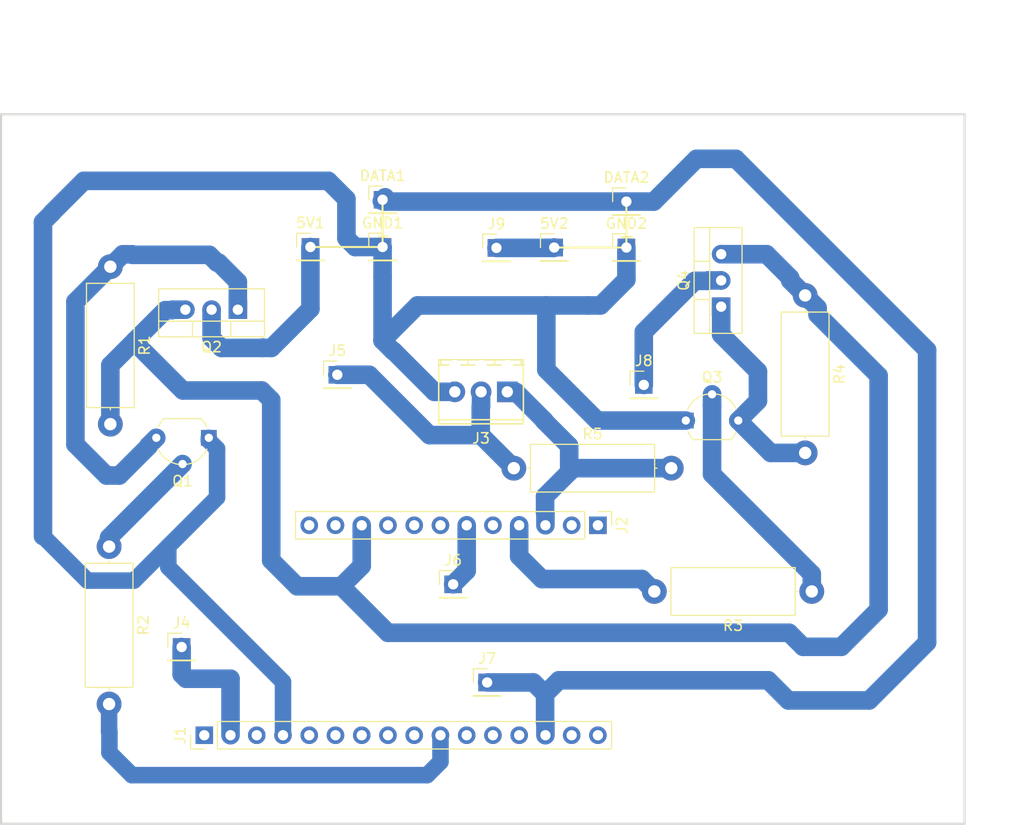
<source format=kicad_pcb>
(kicad_pcb (version 20171130) (host pcbnew 5.0.0-fee4fd1~65~ubuntu17.10.1)

  (general
    (thickness 1.6)
    (drawings 23)
    (tracks 163)
    (zones 0)
    (modules 24)
    (nets 14)
  )

  (page A4)
  (layers
    (0 Top signal)
    (31 Bottom signal)
    (32 B.Adhes user)
    (33 F.Adhes user)
    (34 B.Paste user)
    (35 F.Paste user)
    (36 B.SilkS user)
    (37 F.SilkS user)
    (38 B.Mask user)
    (39 F.Mask user)
    (40 Dwgs.User user)
    (41 Cmts.User user)
    (42 Eco1.User user)
    (43 Eco2.User user)
    (44 Edge.Cuts user)
    (45 Margin user)
    (46 B.CrtYd user)
    (47 F.CrtYd user)
    (48 B.Fab user)
    (49 F.Fab user)
  )

  (setup
    (last_trace_width 1.8)
    (user_trace_width 1.2)
    (user_trace_width 1.3)
    (user_trace_width 1.4)
    (user_trace_width 1.5)
    (user_trace_width 1.6)
    (user_trace_width 1.7)
    (user_trace_width 1.8)
    (trace_clearance 0.2)
    (zone_clearance 0.508)
    (zone_45_only no)
    (trace_min 0.2)
    (segment_width 0.2)
    (edge_width 0.15)
    (via_size 0.8)
    (via_drill 0.4)
    (via_min_size 0.4)
    (via_min_drill 0.3)
    (uvia_size 0.3)
    (uvia_drill 0.1)
    (uvias_allowed no)
    (uvia_min_size 0.2)
    (uvia_min_drill 0.1)
    (pcb_text_width 0.3)
    (pcb_text_size 1.5 1.5)
    (mod_edge_width 0.15)
    (mod_text_size 1 1)
    (mod_text_width 0.15)
    (pad_size 1.524 1.524)
    (pad_drill 0.762)
    (pad_to_mask_clearance 0.2)
    (aux_axis_origin 0 0)
    (visible_elements FFFFFF7F)
    (pcbplotparams
      (layerselection 0x010fc_ffffffff)
      (usegerberextensions false)
      (usegerberattributes false)
      (usegerberadvancedattributes false)
      (creategerberjobfile false)
      (excludeedgelayer true)
      (linewidth 0.100000)
      (plotframeref false)
      (viasonmask false)
      (mode 1)
      (useauxorigin false)
      (hpglpennumber 1)
      (hpglpenspeed 20)
      (hpglpendiameter 15.000000)
      (psnegative false)
      (psa4output false)
      (plotreference true)
      (plotvalue true)
      (plotinvisibletext false)
      (padsonsilk false)
      (subtractmaskfromsilk false)
      (outputformat 1)
      (mirror false)
      (drillshape 0)
      (scaleselection 1)
      (outputdirectory "gerb3/"))
  )

  (net 0 "")
  (net 1 "Net-(5V1-Pad1)")
  (net 2 "Net-(DATA1-Pad1)")
  (net 3 "Net-(GND1-Pad1)")
  (net 4 "Net-(5V2-Pad1)")
  (net 5 "Net-(J1-Pad10)")
  (net 6 "Net-(J2-Pad10)")
  (net 7 "Net-(J2-Pad3)")
  (net 8 "Net-(Q1-Pad2)")
  (net 9 "Net-(Q1-Pad3)")
  (net 10 "Net-(Q3-Pad3)")
  (net 11 "Net-(Q3-Pad2)")
  (net 12 "Net-(J1-Pad2)")
  (net 13 "Net-(J2-Pad4)")

  (net_class Default "This is the default net class."
    (clearance 0.2)
    (trace_width 0.25)
    (via_dia 0.8)
    (via_drill 0.4)
    (uvia_dia 0.3)
    (uvia_drill 0.1)
    (add_net "Net-(5V1-Pad1)")
    (add_net "Net-(5V2-Pad1)")
    (add_net "Net-(DATA1-Pad1)")
    (add_net "Net-(GND1-Pad1)")
    (add_net "Net-(J1-Pad10)")
    (add_net "Net-(J1-Pad2)")
    (add_net "Net-(J2-Pad10)")
    (add_net "Net-(J2-Pad3)")
    (add_net "Net-(J2-Pad4)")
    (add_net "Net-(Q1-Pad2)")
    (add_net "Net-(Q1-Pad3)")
    (add_net "Net-(Q3-Pad2)")
    (add_net "Net-(Q3-Pad3)")
  )

  (module Resistors_THT:R_Axial_DIN0414_L11.9mm_D4.5mm_P15.24mm_Horizontal (layer Top) (tedit 5874F706) (tstamp 5C663B8C)
    (at 98.99 66.43)
    (descr "Resistor, Axial_DIN0414 series, Axial, Horizontal, pin pitch=15.24mm, 2W, length*diameter=11.9*4.5mm^2, http://www.vishay.com/docs/20128/wkxwrx.pdf")
    (tags "Resistor Axial_DIN0414 series Axial Horizontal pin pitch 15.24mm 2W length 11.9mm diameter 4.5mm")
    (path /5C67247C)
    (fp_text reference R5 (at 7.62 -3.31) (layer F.SilkS)
      (effects (font (size 1 1) (thickness 0.15)))
    )
    (fp_text value 4.7K (at 7.62 3.31) (layer F.Fab)
      (effects (font (size 1 1) (thickness 0.15)))
    )
    (fp_line (start 16.7 -2.6) (end -1.45 -2.6) (layer F.CrtYd) (width 0.05))
    (fp_line (start 16.7 2.6) (end 16.7 -2.6) (layer F.CrtYd) (width 0.05))
    (fp_line (start -1.45 2.6) (end 16.7 2.6) (layer F.CrtYd) (width 0.05))
    (fp_line (start -1.45 -2.6) (end -1.45 2.6) (layer F.CrtYd) (width 0.05))
    (fp_line (start 13.86 0) (end 13.63 0) (layer F.SilkS) (width 0.12))
    (fp_line (start 1.38 0) (end 1.61 0) (layer F.SilkS) (width 0.12))
    (fp_line (start 13.63 -2.31) (end 1.61 -2.31) (layer F.SilkS) (width 0.12))
    (fp_line (start 13.63 2.31) (end 13.63 -2.31) (layer F.SilkS) (width 0.12))
    (fp_line (start 1.61 2.31) (end 13.63 2.31) (layer F.SilkS) (width 0.12))
    (fp_line (start 1.61 -2.31) (end 1.61 2.31) (layer F.SilkS) (width 0.12))
    (fp_line (start 15.24 0) (end 13.57 0) (layer F.Fab) (width 0.1))
    (fp_line (start 0 0) (end 1.67 0) (layer F.Fab) (width 0.1))
    (fp_line (start 13.57 -2.25) (end 1.67 -2.25) (layer F.Fab) (width 0.1))
    (fp_line (start 13.57 2.25) (end 13.57 -2.25) (layer F.Fab) (width 0.1))
    (fp_line (start 1.67 2.25) (end 13.57 2.25) (layer F.Fab) (width 0.1))
    (fp_line (start 1.67 -2.25) (end 1.67 2.25) (layer F.Fab) (width 0.1))
    (pad 2 thru_hole oval (at 15.24 0) (size 2.4 2.4) (drill 1.2) (layers *.Cu *.Mask)
      (net 7 "Net-(J2-Pad3)"))
    (pad 1 thru_hole circle (at 0 0) (size 2.4 2.4) (drill 1.2) (layers *.Cu *.Mask)
      (net 12 "Net-(J1-Pad2)"))
    (model ${KISYS3DMOD}/Resistors_THT.3dshapes/R_Axial_DIN0414_L11.9mm_D4.5mm_P15.24mm_Horizontal.wrl
      (at (xyz 0 0 0))
      (scale (xyz 0.393701 0.393701 0.393701))
      (rotate (xyz 0 0 0))
    )
  )

  (module Resistors_THT:R_Axial_DIN0414_L11.9mm_D4.5mm_P15.24mm_Horizontal (layer Top) (tedit 5874F706) (tstamp 5C63AD9C)
    (at 59.82 74.02 270)
    (descr "Resistor, Axial_DIN0414 series, Axial, Horizontal, pin pitch=15.24mm, 2W, length*diameter=11.9*4.5mm^2, http://www.vishay.com/docs/20128/wkxwrx.pdf")
    (tags "Resistor Axial_DIN0414 series Axial Horizontal pin pitch 15.24mm 2W length 11.9mm diameter 4.5mm")
    (path /5C64410C)
    (fp_text reference R2 (at 7.62 -3.31 270) (layer F.SilkS)
      (effects (font (size 1 1) (thickness 0.15)))
    )
    (fp_text value 10K (at 7.62 3.31 270) (layer F.Fab)
      (effects (font (size 1 1) (thickness 0.15)))
    )
    (fp_line (start 16.7 -2.6) (end -1.45 -2.6) (layer F.CrtYd) (width 0.05))
    (fp_line (start 16.7 2.6) (end 16.7 -2.6) (layer F.CrtYd) (width 0.05))
    (fp_line (start -1.45 2.6) (end 16.7 2.6) (layer F.CrtYd) (width 0.05))
    (fp_line (start -1.45 -2.6) (end -1.45 2.6) (layer F.CrtYd) (width 0.05))
    (fp_line (start 13.86 0) (end 13.63 0) (layer F.SilkS) (width 0.12))
    (fp_line (start 1.38 0) (end 1.61 0) (layer F.SilkS) (width 0.12))
    (fp_line (start 13.63 -2.31) (end 1.61 -2.31) (layer F.SilkS) (width 0.12))
    (fp_line (start 13.63 2.31) (end 13.63 -2.31) (layer F.SilkS) (width 0.12))
    (fp_line (start 1.61 2.31) (end 13.63 2.31) (layer F.SilkS) (width 0.12))
    (fp_line (start 1.61 -2.31) (end 1.61 2.31) (layer F.SilkS) (width 0.12))
    (fp_line (start 15.24 0) (end 13.57 0) (layer F.Fab) (width 0.1))
    (fp_line (start 0 0) (end 1.67 0) (layer F.Fab) (width 0.1))
    (fp_line (start 13.57 -2.25) (end 1.67 -2.25) (layer F.Fab) (width 0.1))
    (fp_line (start 13.57 2.25) (end 13.57 -2.25) (layer F.Fab) (width 0.1))
    (fp_line (start 1.67 2.25) (end 13.57 2.25) (layer F.Fab) (width 0.1))
    (fp_line (start 1.67 -2.25) (end 1.67 2.25) (layer F.Fab) (width 0.1))
    (pad 2 thru_hole oval (at 15.24 0 270) (size 2.4 2.4) (drill 1.2) (layers *.Cu *.Mask)
      (net 5 "Net-(J1-Pad10)"))
    (pad 1 thru_hole circle (at 0 0 270) (size 2.4 2.4) (drill 1.2) (layers *.Cu *.Mask)
      (net 8 "Net-(Q1-Pad2)"))
    (model ${KISYS3DMOD}/Resistors_THT.3dshapes/R_Axial_DIN0414_L11.9mm_D4.5mm_P15.24mm_Horizontal.wrl
      (at (xyz 0 0 0))
      (scale (xyz 0.393701 0.393701 0.393701))
      (rotate (xyz 0 0 0))
    )
  )

  (module TO_SOT_Packages_THT:TO-92_Molded_Wide (layer Top) (tedit 58CE52AF) (tstamp 5C63B7CB)
    (at 69.47 63.49 180)
    (descr "TO-92 leads molded, wide, drill 0.8mm (see NXP sot054_po.pdf)")
    (tags "to-92 sc-43 sc-43a sot54 PA33 transistor")
    (path /5C642A2C)
    (fp_text reference Q1 (at 2.54 -4.19) (layer F.SilkS)
      (effects (font (size 1 1) (thickness 0.15)))
    )
    (fp_text value Q_NPN_EBC (at 2.54 2.79 180) (layer F.Fab)
      (effects (font (size 1 1) (thickness 0.15)))
    )
    (fp_text user %R (at 2.54 -4.19) (layer F.Fab)
      (effects (font (size 1 1) (thickness 0.15)))
    )
    (fp_line (start 0.74 1.85) (end 4.34 1.85) (layer F.SilkS) (width 0.12))
    (fp_line (start 0.8 1.75) (end 4.3 1.75) (layer F.Fab) (width 0.1))
    (fp_line (start -1.01 -3.55) (end 6.09 -3.55) (layer F.CrtYd) (width 0.05))
    (fp_line (start -1.01 -3.55) (end -1.01 2.01) (layer F.CrtYd) (width 0.05))
    (fp_line (start 6.09 2.01) (end 6.09 -3.55) (layer F.CrtYd) (width 0.05))
    (fp_line (start 6.09 2.01) (end -1.01 2.01) (layer F.CrtYd) (width 0.05))
    (fp_arc (start 2.54 0) (end 0.74 1.85) (angle 20) (layer F.SilkS) (width 0.12))
    (fp_arc (start 2.54 0) (end 2.54 -2.6) (angle -65) (layer F.SilkS) (width 0.12))
    (fp_arc (start 2.54 0) (end 2.54 -2.6) (angle 65) (layer F.SilkS) (width 0.12))
    (fp_arc (start 2.54 0) (end 2.54 -2.48) (angle 135) (layer F.Fab) (width 0.1))
    (fp_arc (start 2.54 0) (end 2.54 -2.48) (angle -135) (layer F.Fab) (width 0.1))
    (fp_arc (start 2.54 0) (end 4.34 1.85) (angle -20) (layer F.SilkS) (width 0.12))
    (pad 2 thru_hole circle (at 2.54 -2.54 270) (size 1.52 1.52) (drill 0.8) (layers *.Cu *.Mask)
      (net 8 "Net-(Q1-Pad2)"))
    (pad 3 thru_hole circle (at 5.08 0 270) (size 1.52 1.52) (drill 0.8) (layers *.Cu *.Mask)
      (net 9 "Net-(Q1-Pad3)"))
    (pad 1 thru_hole rect (at 0 0 270) (size 1.52 1.52) (drill 0.8) (layers *.Cu *.Mask)
      (net 3 "Net-(GND1-Pad1)"))
    (model ${KISYS3DMOD}/TO_SOT_Packages_THT.3dshapes/TO-92_Molded_Wide.wrl
      (offset (xyz 2.539999961853027 0 0))
      (scale (xyz 1 1 1))
      (rotate (xyz 0 0 -90))
    )
  )

  (module Pin_Headers:Pin_Header_Straight_1x01_Pitch2.54mm (layer Top) (tedit 59650532) (tstamp 5C5BB723)
    (at 109.887 45.073)
    (descr "Through hole straight pin header, 1x01, 2.54mm pitch, single row")
    (tags "Through hole pin header THT 1x01 2.54mm single row")
    (path /5C5BFBB2)
    (fp_text reference GND2 (at 0 -2.33) (layer F.SilkS)
      (effects (font (size 1 1) (thickness 0.15)))
    )
    (fp_text value Conn_01x01 (at 0 2.33) (layer F.Fab)
      (effects (font (size 1 1) (thickness 0.15)))
    )
    (fp_line (start -0.635 -1.27) (end 1.27 -1.27) (layer F.Fab) (width 0.1))
    (fp_line (start 1.27 -1.27) (end 1.27 1.27) (layer F.Fab) (width 0.1))
    (fp_line (start 1.27 1.27) (end -1.27 1.27) (layer F.Fab) (width 0.1))
    (fp_line (start -1.27 1.27) (end -1.27 -0.635) (layer F.Fab) (width 0.1))
    (fp_line (start -1.27 -0.635) (end -0.635 -1.27) (layer F.Fab) (width 0.1))
    (fp_line (start -1.33 1.33) (end 1.33 1.33) (layer F.SilkS) (width 0.12))
    (fp_line (start -1.33 1.27) (end -1.33 1.33) (layer F.SilkS) (width 0.12))
    (fp_line (start 1.33 1.27) (end 1.33 1.33) (layer F.SilkS) (width 0.12))
    (fp_line (start -1.33 1.27) (end 1.33 1.27) (layer F.SilkS) (width 0.12))
    (fp_line (start -1.33 0) (end -1.33 -1.33) (layer F.SilkS) (width 0.12))
    (fp_line (start -1.33 -1.33) (end 0 -1.33) (layer F.SilkS) (width 0.12))
    (fp_line (start -1.8 -1.8) (end -1.8 1.8) (layer F.CrtYd) (width 0.05))
    (fp_line (start -1.8 1.8) (end 1.8 1.8) (layer F.CrtYd) (width 0.05))
    (fp_line (start 1.8 1.8) (end 1.8 -1.8) (layer F.CrtYd) (width 0.05))
    (fp_line (start 1.8 -1.8) (end -1.8 -1.8) (layer F.CrtYd) (width 0.05))
    (fp_text user %R (at 0 0 90) (layer F.Fab)
      (effects (font (size 1 1) (thickness 0.15)))
    )
    (pad 1 thru_hole rect (at 0 0) (size 1.7 1.7) (drill 1) (layers *.Cu *.Mask)
      (net 3 "Net-(GND1-Pad1)"))
    (model ${KISYS3DMOD}/Pin_Headers.3dshapes/Pin_Header_Straight_1x01_Pitch2.54mm.wrl
      (at (xyz 0 0 0))
      (scale (xyz 1 1 1))
      (rotate (xyz 0 0 0))
    )
  )

  (module Pin_Headers:Pin_Header_Straight_1x01_Pitch2.54mm (layer Top) (tedit 59650532) (tstamp 5C5BB7B0)
    (at 102.902 45.073)
    (descr "Through hole straight pin header, 1x01, 2.54mm pitch, single row")
    (tags "Through hole pin header THT 1x01 2.54mm single row")
    (path /5C5BFBDC)
    (fp_text reference 5V2 (at 0 -2.33) (layer F.SilkS)
      (effects (font (size 1 1) (thickness 0.15)))
    )
    (fp_text value Conn_01x01 (at 0 2.33) (layer F.Fab)
      (effects (font (size 1 1) (thickness 0.15)))
    )
    (fp_text user %R (at 0 0 90) (layer F.Fab)
      (effects (font (size 1 1) (thickness 0.15)))
    )
    (fp_line (start 1.8 -1.8) (end -1.8 -1.8) (layer F.CrtYd) (width 0.05))
    (fp_line (start 1.8 1.8) (end 1.8 -1.8) (layer F.CrtYd) (width 0.05))
    (fp_line (start -1.8 1.8) (end 1.8 1.8) (layer F.CrtYd) (width 0.05))
    (fp_line (start -1.8 -1.8) (end -1.8 1.8) (layer F.CrtYd) (width 0.05))
    (fp_line (start -1.33 -1.33) (end 0 -1.33) (layer F.SilkS) (width 0.12))
    (fp_line (start -1.33 0) (end -1.33 -1.33) (layer F.SilkS) (width 0.12))
    (fp_line (start -1.33 1.27) (end 1.33 1.27) (layer F.SilkS) (width 0.12))
    (fp_line (start 1.33 1.27) (end 1.33 1.33) (layer F.SilkS) (width 0.12))
    (fp_line (start -1.33 1.27) (end -1.33 1.33) (layer F.SilkS) (width 0.12))
    (fp_line (start -1.33 1.33) (end 1.33 1.33) (layer F.SilkS) (width 0.12))
    (fp_line (start -1.27 -0.635) (end -0.635 -1.27) (layer F.Fab) (width 0.1))
    (fp_line (start -1.27 1.27) (end -1.27 -0.635) (layer F.Fab) (width 0.1))
    (fp_line (start 1.27 1.27) (end -1.27 1.27) (layer F.Fab) (width 0.1))
    (fp_line (start 1.27 -1.27) (end 1.27 1.27) (layer F.Fab) (width 0.1))
    (fp_line (start -0.635 -1.27) (end 1.27 -1.27) (layer F.Fab) (width 0.1))
    (pad 1 thru_hole rect (at 0 0) (size 1.7 1.7) (drill 1) (layers *.Cu *.Mask)
      (net 4 "Net-(5V2-Pad1)"))
    (model ${KISYS3DMOD}/Pin_Headers.3dshapes/Pin_Header_Straight_1x01_Pitch2.54mm.wrl
      (at (xyz 0 0 0))
      (scale (xyz 1 1 1))
      (rotate (xyz 0 0 0))
    )
  )

  (module Pin_Headers:Pin_Header_Straight_1x01_Pitch2.54mm (layer Top) (tedit 59650532) (tstamp 5C5BB7EC)
    (at 109.887 40.628)
    (descr "Through hole straight pin header, 1x01, 2.54mm pitch, single row")
    (tags "Through hole pin header THT 1x01 2.54mm single row")
    (path /5C5BFB23)
    (fp_text reference DATA2 (at 0 -2.33) (layer F.SilkS)
      (effects (font (size 1 1) (thickness 0.15)))
    )
    (fp_text value Conn_01x01 (at 0 2.33) (layer F.Fab)
      (effects (font (size 1 1) (thickness 0.15)))
    )
    (fp_text user %R (at 0 0 90) (layer F.Fab)
      (effects (font (size 1 1) (thickness 0.15)))
    )
    (fp_line (start 1.8 -1.8) (end -1.8 -1.8) (layer F.CrtYd) (width 0.05))
    (fp_line (start 1.8 1.8) (end 1.8 -1.8) (layer F.CrtYd) (width 0.05))
    (fp_line (start -1.8 1.8) (end 1.8 1.8) (layer F.CrtYd) (width 0.05))
    (fp_line (start -1.8 -1.8) (end -1.8 1.8) (layer F.CrtYd) (width 0.05))
    (fp_line (start -1.33 -1.33) (end 0 -1.33) (layer F.SilkS) (width 0.12))
    (fp_line (start -1.33 0) (end -1.33 -1.33) (layer F.SilkS) (width 0.12))
    (fp_line (start -1.33 1.27) (end 1.33 1.27) (layer F.SilkS) (width 0.12))
    (fp_line (start 1.33 1.27) (end 1.33 1.33) (layer F.SilkS) (width 0.12))
    (fp_line (start -1.33 1.27) (end -1.33 1.33) (layer F.SilkS) (width 0.12))
    (fp_line (start -1.33 1.33) (end 1.33 1.33) (layer F.SilkS) (width 0.12))
    (fp_line (start -1.27 -0.635) (end -0.635 -1.27) (layer F.Fab) (width 0.1))
    (fp_line (start -1.27 1.27) (end -1.27 -0.635) (layer F.Fab) (width 0.1))
    (fp_line (start 1.27 1.27) (end -1.27 1.27) (layer F.Fab) (width 0.1))
    (fp_line (start 1.27 -1.27) (end 1.27 1.27) (layer F.Fab) (width 0.1))
    (fp_line (start -0.635 -1.27) (end 1.27 -1.27) (layer F.Fab) (width 0.1))
    (pad 1 thru_hole rect (at 0 0) (size 1.7 1.7) (drill 1) (layers *.Cu *.Mask)
      (net 2 "Net-(DATA1-Pad1)"))
    (model ${KISYS3DMOD}/Pin_Headers.3dshapes/Pin_Header_Straight_1x01_Pitch2.54mm.wrl
      (at (xyz 0 0 0))
      (scale (xyz 1 1 1))
      (rotate (xyz 0 0 0))
    )
  )

  (module Pin_Headers:Pin_Header_Straight_1x01_Pitch2.54mm (layer Top) (tedit 59650532) (tstamp 5C5BCFC7)
    (at 86.289 45.023)
    (descr "Through hole straight pin header, 1x01, 2.54mm pitch, single row")
    (tags "Through hole pin header THT 1x01 2.54mm single row")
    (path /5C5C05F2)
    (fp_text reference GND1 (at 0 -2.33) (layer F.SilkS)
      (effects (font (size 1 1) (thickness 0.15)))
    )
    (fp_text value Conn_01x01 (at 0 2.33) (layer F.Fab)
      (effects (font (size 1 1) (thickness 0.15)))
    )
    (fp_line (start -0.635 -1.27) (end 1.27 -1.27) (layer F.Fab) (width 0.1))
    (fp_line (start 1.27 -1.27) (end 1.27 1.27) (layer F.Fab) (width 0.1))
    (fp_line (start 1.27 1.27) (end -1.27 1.27) (layer F.Fab) (width 0.1))
    (fp_line (start -1.27 1.27) (end -1.27 -0.635) (layer F.Fab) (width 0.1))
    (fp_line (start -1.27 -0.635) (end -0.635 -1.27) (layer F.Fab) (width 0.1))
    (fp_line (start -1.33 1.33) (end 1.33 1.33) (layer F.SilkS) (width 0.12))
    (fp_line (start -1.33 1.27) (end -1.33 1.33) (layer F.SilkS) (width 0.12))
    (fp_line (start 1.33 1.27) (end 1.33 1.33) (layer F.SilkS) (width 0.12))
    (fp_line (start -1.33 1.27) (end 1.33 1.27) (layer F.SilkS) (width 0.12))
    (fp_line (start -1.33 0) (end -1.33 -1.33) (layer F.SilkS) (width 0.12))
    (fp_line (start -1.33 -1.33) (end 0 -1.33) (layer F.SilkS) (width 0.12))
    (fp_line (start -1.8 -1.8) (end -1.8 1.8) (layer F.CrtYd) (width 0.05))
    (fp_line (start -1.8 1.8) (end 1.8 1.8) (layer F.CrtYd) (width 0.05))
    (fp_line (start 1.8 1.8) (end 1.8 -1.8) (layer F.CrtYd) (width 0.05))
    (fp_line (start 1.8 -1.8) (end -1.8 -1.8) (layer F.CrtYd) (width 0.05))
    (fp_text user %R (at 0 0 90) (layer F.Fab)
      (effects (font (size 1 1) (thickness 0.15)))
    )
    (pad 1 thru_hole rect (at 0 0) (size 1.7 1.7) (drill 1) (layers *.Cu *.Mask)
      (net 3 "Net-(GND1-Pad1)"))
    (model ${KISYS3DMOD}/Pin_Headers.3dshapes/Pin_Header_Straight_1x01_Pitch2.54mm.wrl
      (at (xyz 0 0 0))
      (scale (xyz 1 1 1))
      (rotate (xyz 0 0 0))
    )
  )

  (module TO_SOT_Packages_THT:TO-92_Molded_Wide (layer Top) (tedit 58CE52AF) (tstamp 5C63AD56)
    (at 115.64 61.82)
    (descr "TO-92 leads molded, wide, drill 0.8mm (see NXP sot054_po.pdf)")
    (tags "to-92 sc-43 sc-43a sot54 PA33 transistor")
    (path /5C6348B7)
    (fp_text reference Q3 (at 2.54 -4.19 180) (layer F.SilkS)
      (effects (font (size 1 1) (thickness 0.15)))
    )
    (fp_text value Q_NPN_EBC (at 2.54 2.79) (layer F.Fab)
      (effects (font (size 1 1) (thickness 0.15)))
    )
    (fp_arc (start 2.54 0) (end 4.34 1.85) (angle -20) (layer F.SilkS) (width 0.12))
    (fp_arc (start 2.54 0) (end 2.54 -2.48) (angle -135) (layer F.Fab) (width 0.1))
    (fp_arc (start 2.54 0) (end 2.54 -2.48) (angle 135) (layer F.Fab) (width 0.1))
    (fp_arc (start 2.54 0) (end 2.54 -2.6) (angle 65) (layer F.SilkS) (width 0.12))
    (fp_arc (start 2.54 0) (end 2.54 -2.6) (angle -65) (layer F.SilkS) (width 0.12))
    (fp_arc (start 2.54 0) (end 0.74 1.85) (angle 20) (layer F.SilkS) (width 0.12))
    (fp_line (start 6.09 2.01) (end -1.01 2.01) (layer F.CrtYd) (width 0.05))
    (fp_line (start 6.09 2.01) (end 6.09 -3.55) (layer F.CrtYd) (width 0.05))
    (fp_line (start -1.01 -3.55) (end -1.01 2.01) (layer F.CrtYd) (width 0.05))
    (fp_line (start -1.01 -3.55) (end 6.09 -3.55) (layer F.CrtYd) (width 0.05))
    (fp_line (start 0.8 1.75) (end 4.3 1.75) (layer F.Fab) (width 0.1))
    (fp_line (start 0.74 1.85) (end 4.34 1.85) (layer F.SilkS) (width 0.12))
    (fp_text user %R (at 2.54 -4.19 180) (layer F.Fab)
      (effects (font (size 1 1) (thickness 0.15)))
    )
    (pad 1 thru_hole rect (at 0 0 90) (size 1.52 1.52) (drill 0.8) (layers *.Cu *.Mask)
      (net 3 "Net-(GND1-Pad1)"))
    (pad 3 thru_hole circle (at 5.08 0 90) (size 1.52 1.52) (drill 0.8) (layers *.Cu *.Mask)
      (net 10 "Net-(Q3-Pad3)"))
    (pad 2 thru_hole circle (at 2.54 -2.54 90) (size 1.52 1.52) (drill 0.8) (layers *.Cu *.Mask)
      (net 11 "Net-(Q3-Pad2)"))
    (model ${KISYS3DMOD}/TO_SOT_Packages_THT.3dshapes/TO-92_Molded_Wide.wrl
      (offset (xyz 2.539999961853027 0 0))
      (scale (xyz 1 1 1))
      (rotate (xyz 0 0 -90))
    )
  )

  (module TO_SOT_Packages_THT:TO-220-3_Vertical (layer Top) (tedit 58CE52AD) (tstamp 5C63AD42)
    (at 72.28 51.09 180)
    (descr "TO-220-3, Vertical, RM 2.54mm")
    (tags "TO-220-3 Vertical RM 2.54mm")
    (path /5C643FD2)
    (fp_text reference Q2 (at 2.54 -3.62 180) (layer F.SilkS)
      (effects (font (size 1 1) (thickness 0.15)))
    )
    (fp_text value Q_PMOS_GDS (at 2.54 3.92 180) (layer F.Fab)
      (effects (font (size 1 1) (thickness 0.15)))
    )
    (fp_text user %R (at 2.54 -3.62 180) (layer F.Fab)
      (effects (font (size 1 1) (thickness 0.15)))
    )
    (fp_line (start -2.46 -2.5) (end -2.46 1.9) (layer F.Fab) (width 0.1))
    (fp_line (start -2.46 1.9) (end 7.54 1.9) (layer F.Fab) (width 0.1))
    (fp_line (start 7.54 1.9) (end 7.54 -2.5) (layer F.Fab) (width 0.1))
    (fp_line (start 7.54 -2.5) (end -2.46 -2.5) (layer F.Fab) (width 0.1))
    (fp_line (start -2.46 -1.23) (end 7.54 -1.23) (layer F.Fab) (width 0.1))
    (fp_line (start 0.69 -2.5) (end 0.69 -1.23) (layer F.Fab) (width 0.1))
    (fp_line (start 4.39 -2.5) (end 4.39 -1.23) (layer F.Fab) (width 0.1))
    (fp_line (start -2.58 -2.62) (end 7.66 -2.62) (layer F.SilkS) (width 0.12))
    (fp_line (start -2.58 2.021) (end 7.66 2.021) (layer F.SilkS) (width 0.12))
    (fp_line (start -2.58 -2.62) (end -2.58 2.021) (layer F.SilkS) (width 0.12))
    (fp_line (start 7.66 -2.62) (end 7.66 2.021) (layer F.SilkS) (width 0.12))
    (fp_line (start -2.58 -1.11) (end 7.66 -1.11) (layer F.SilkS) (width 0.12))
    (fp_line (start 0.69 -2.62) (end 0.69 -1.11) (layer F.SilkS) (width 0.12))
    (fp_line (start 4.391 -2.62) (end 4.391 -1.11) (layer F.SilkS) (width 0.12))
    (fp_line (start -2.71 -2.75) (end -2.71 2.16) (layer F.CrtYd) (width 0.05))
    (fp_line (start -2.71 2.16) (end 7.79 2.16) (layer F.CrtYd) (width 0.05))
    (fp_line (start 7.79 2.16) (end 7.79 -2.75) (layer F.CrtYd) (width 0.05))
    (fp_line (start 7.79 -2.75) (end -2.71 -2.75) (layer F.CrtYd) (width 0.05))
    (pad 1 thru_hole rect (at 0 0 180) (size 1.8 1.8) (drill 1) (layers *.Cu *.Mask)
      (net 9 "Net-(Q1-Pad3)"))
    (pad 2 thru_hole oval (at 2.54 0 180) (size 1.8 1.8) (drill 1) (layers *.Cu *.Mask)
      (net 1 "Net-(5V1-Pad1)"))
    (pad 3 thru_hole oval (at 5.08 0 180) (size 1.8 1.8) (drill 1) (layers *.Cu *.Mask)
      (net 6 "Net-(J2-Pad10)"))
    (model ${KISYS3DMOD}/TO_SOT_Packages_THT.3dshapes/TO-220-3_Vertical.wrl
      (offset (xyz 2.539999961853027 0 0))
      (scale (xyz 0.393701 0.393701 0.393701))
      (rotate (xyz 0 0 0))
    )
  )

  (module Pin_Headers:Pin_Header_Straight_1x01_Pitch2.54mm (layer Top) (tedit 59650532) (tstamp 5C5BB76B)
    (at 86.289 40.451)
    (descr "Through hole straight pin header, 1x01, 2.54mm pitch, single row")
    (tags "Through hole pin header THT 1x01 2.54mm single row")
    (path /5C5C065E)
    (fp_text reference DATA1 (at 0 -2.33) (layer F.SilkS)
      (effects (font (size 1 1) (thickness 0.15)))
    )
    (fp_text value Conn_01x01 (at 0 2.33) (layer F.Fab)
      (effects (font (size 1 1) (thickness 0.15)))
    )
    (fp_line (start -0.635 -1.27) (end 1.27 -1.27) (layer F.Fab) (width 0.1))
    (fp_line (start 1.27 -1.27) (end 1.27 1.27) (layer F.Fab) (width 0.1))
    (fp_line (start 1.27 1.27) (end -1.27 1.27) (layer F.Fab) (width 0.1))
    (fp_line (start -1.27 1.27) (end -1.27 -0.635) (layer F.Fab) (width 0.1))
    (fp_line (start -1.27 -0.635) (end -0.635 -1.27) (layer F.Fab) (width 0.1))
    (fp_line (start -1.33 1.33) (end 1.33 1.33) (layer F.SilkS) (width 0.12))
    (fp_line (start -1.33 1.27) (end -1.33 1.33) (layer F.SilkS) (width 0.12))
    (fp_line (start 1.33 1.27) (end 1.33 1.33) (layer F.SilkS) (width 0.12))
    (fp_line (start -1.33 1.27) (end 1.33 1.27) (layer F.SilkS) (width 0.12))
    (fp_line (start -1.33 0) (end -1.33 -1.33) (layer F.SilkS) (width 0.12))
    (fp_line (start -1.33 -1.33) (end 0 -1.33) (layer F.SilkS) (width 0.12))
    (fp_line (start -1.8 -1.8) (end -1.8 1.8) (layer F.CrtYd) (width 0.05))
    (fp_line (start -1.8 1.8) (end 1.8 1.8) (layer F.CrtYd) (width 0.05))
    (fp_line (start 1.8 1.8) (end 1.8 -1.8) (layer F.CrtYd) (width 0.05))
    (fp_line (start 1.8 -1.8) (end -1.8 -1.8) (layer F.CrtYd) (width 0.05))
    (fp_text user %R (at 0 0 90) (layer F.Fab)
      (effects (font (size 1 1) (thickness 0.15)))
    )
    (pad 1 thru_hole rect (at 0 0) (size 1.7 1.7) (drill 1) (layers *.Cu *.Mask)
      (net 2 "Net-(DATA1-Pad1)"))
    (model ${KISYS3DMOD}/Pin_Headers.3dshapes/Pin_Header_Straight_1x01_Pitch2.54mm.wrl
      (at (xyz 0 0 0))
      (scale (xyz 1 1 1))
      (rotate (xyz 0 0 0))
    )
  )

  (module Pin_Headers:Pin_Header_Straight_1x01_Pitch2.54mm (layer Top) (tedit 5C6340AF) (tstamp 5C5BD035)
    (at 79.304 45.023)
    (descr "Through hole straight pin header, 1x01, 2.54mm pitch, single row")
    (tags "Through hole pin header THT 1x01 2.54mm single row")
    (path /5C5C0626)
    (fp_text reference 5V1 (at 0 -2.33) (layer F.SilkS)
      (effects (font (size 1 1) (thickness 0.15)))
    )
    (fp_text value Conn_01x01 (at 0 2.33) (layer F.Fab)
      (effects (font (size 1 1) (thickness 0.15)))
    )
    (fp_text user %R (at 0 0 90) (layer F.Fab)
      (effects (font (size 1 1) (thickness 0.15)))
    )
    (fp_line (start 1.8 -1.8) (end -1.8 -1.8) (layer F.CrtYd) (width 0.05))
    (fp_line (start 1.8 1.8) (end 1.8 -1.8) (layer F.CrtYd) (width 0.05))
    (fp_line (start -1.8 1.8) (end 1.8 1.8) (layer F.CrtYd) (width 0.05))
    (fp_line (start -1.8 -1.8) (end -1.8 1.8) (layer F.CrtYd) (width 0.05))
    (fp_line (start -1.33 -1.33) (end 0 -1.33) (layer F.SilkS) (width 0.12))
    (fp_line (start -1.33 0) (end -1.33 -1.33) (layer F.SilkS) (width 0.12))
    (fp_line (start -1.33 1.27) (end 1.33 1.27) (layer F.SilkS) (width 0.12))
    (fp_line (start 1.33 1.27) (end 1.33 1.33) (layer F.SilkS) (width 0.12))
    (fp_line (start -1.33 1.27) (end -1.33 1.33) (layer F.SilkS) (width 0.12))
    (fp_line (start -1.33 1.33) (end 1.33 1.33) (layer F.SilkS) (width 0.12))
    (fp_line (start -1.27 -0.635) (end -0.635 -1.27) (layer F.Fab) (width 0.1))
    (fp_line (start -1.27 1.27) (end -1.27 -0.635) (layer F.Fab) (width 0.1))
    (fp_line (start 1.27 1.27) (end -1.27 1.27) (layer F.Fab) (width 0.1))
    (fp_line (start 1.27 -1.27) (end 1.27 1.27) (layer F.Fab) (width 0.1))
    (fp_line (start -0.635 -1.27) (end 1.27 -1.27) (layer F.Fab) (width 0.1))
    (pad 1 thru_hole rect (at 0 0) (size 1.7 1.7) (drill 1) (layers *.Cu *.Mask)
      (net 1 "Net-(5V1-Pad1)"))
    (model ${KISYS3DMOD}/Pin_Headers.3dshapes/Pin_Header_Straight_1x01_Pitch2.54mm.wrl
      (at (xyz 0 0 0))
      (scale (xyz 1 1 1))
      (rotate (xyz 0 0 0))
    )
  )

  (module Resistors_THT:R_Axial_DIN0414_L11.9mm_D4.5mm_P15.24mm_Horizontal (layer Top) (tedit 5874F706) (tstamp 5C63B8F1)
    (at 127.83 78.36 180)
    (descr "Resistor, Axial_DIN0414 series, Axial, Horizontal, pin pitch=15.24mm, 2W, length*diameter=11.9*4.5mm^2, http://www.vishay.com/docs/20128/wkxwrx.pdf")
    (tags "Resistor Axial_DIN0414 series Axial Horizontal pin pitch 15.24mm 2W length 11.9mm diameter 4.5mm")
    (path /5C636DB6)
    (fp_text reference R3 (at 7.62 -3.31 180) (layer F.SilkS)
      (effects (font (size 1 1) (thickness 0.15)))
    )
    (fp_text value 10K (at 7.62 3.31 180) (layer F.Fab)
      (effects (font (size 1 1) (thickness 0.15)))
    )
    (fp_line (start 1.67 -2.25) (end 1.67 2.25) (layer F.Fab) (width 0.1))
    (fp_line (start 1.67 2.25) (end 13.57 2.25) (layer F.Fab) (width 0.1))
    (fp_line (start 13.57 2.25) (end 13.57 -2.25) (layer F.Fab) (width 0.1))
    (fp_line (start 13.57 -2.25) (end 1.67 -2.25) (layer F.Fab) (width 0.1))
    (fp_line (start 0 0) (end 1.67 0) (layer F.Fab) (width 0.1))
    (fp_line (start 15.24 0) (end 13.57 0) (layer F.Fab) (width 0.1))
    (fp_line (start 1.61 -2.31) (end 1.61 2.31) (layer F.SilkS) (width 0.12))
    (fp_line (start 1.61 2.31) (end 13.63 2.31) (layer F.SilkS) (width 0.12))
    (fp_line (start 13.63 2.31) (end 13.63 -2.31) (layer F.SilkS) (width 0.12))
    (fp_line (start 13.63 -2.31) (end 1.61 -2.31) (layer F.SilkS) (width 0.12))
    (fp_line (start 1.38 0) (end 1.61 0) (layer F.SilkS) (width 0.12))
    (fp_line (start 13.86 0) (end 13.63 0) (layer F.SilkS) (width 0.12))
    (fp_line (start -1.45 -2.6) (end -1.45 2.6) (layer F.CrtYd) (width 0.05))
    (fp_line (start -1.45 2.6) (end 16.7 2.6) (layer F.CrtYd) (width 0.05))
    (fp_line (start 16.7 2.6) (end 16.7 -2.6) (layer F.CrtYd) (width 0.05))
    (fp_line (start 16.7 -2.6) (end -1.45 -2.6) (layer F.CrtYd) (width 0.05))
    (pad 1 thru_hole circle (at 0 0 180) (size 2.4 2.4) (drill 1.2) (layers *.Cu *.Mask)
      (net 11 "Net-(Q3-Pad2)"))
    (pad 2 thru_hole oval (at 15.24 0 180) (size 2.4 2.4) (drill 1.2) (layers *.Cu *.Mask)
      (net 13 "Net-(J2-Pad4)"))
    (model ${KISYS3DMOD}/Resistors_THT.3dshapes/R_Axial_DIN0414_L11.9mm_D4.5mm_P15.24mm_Horizontal.wrl
      (at (xyz 0 0 0))
      (scale (xyz 0.393701 0.393701 0.393701))
      (rotate (xyz 0 0 0))
    )
  )

  (module Resistors_THT:R_Axial_DIN0414_L11.9mm_D4.5mm_P15.24mm_Horizontal (layer Top) (tedit 5874F706) (tstamp 5C63ADC8)
    (at 127.19 49.71 270)
    (descr "Resistor, Axial_DIN0414 series, Axial, Horizontal, pin pitch=15.24mm, 2W, length*diameter=11.9*4.5mm^2, http://www.vishay.com/docs/20128/wkxwrx.pdf")
    (tags "Resistor Axial_DIN0414 series Axial Horizontal pin pitch 15.24mm 2W length 11.9mm diameter 4.5mm")
    (path /5C63567B)
    (fp_text reference R4 (at 7.62 -3.31 270) (layer F.SilkS)
      (effects (font (size 1 1) (thickness 0.15)))
    )
    (fp_text value 100K (at 7.62 3.31 270) (layer F.Fab)
      (effects (font (size 1 1) (thickness 0.15)))
    )
    (fp_line (start 16.7 -2.6) (end -1.45 -2.6) (layer F.CrtYd) (width 0.05))
    (fp_line (start 16.7 2.6) (end 16.7 -2.6) (layer F.CrtYd) (width 0.05))
    (fp_line (start -1.45 2.6) (end 16.7 2.6) (layer F.CrtYd) (width 0.05))
    (fp_line (start -1.45 -2.6) (end -1.45 2.6) (layer F.CrtYd) (width 0.05))
    (fp_line (start 13.86 0) (end 13.63 0) (layer F.SilkS) (width 0.12))
    (fp_line (start 1.38 0) (end 1.61 0) (layer F.SilkS) (width 0.12))
    (fp_line (start 13.63 -2.31) (end 1.61 -2.31) (layer F.SilkS) (width 0.12))
    (fp_line (start 13.63 2.31) (end 13.63 -2.31) (layer F.SilkS) (width 0.12))
    (fp_line (start 1.61 2.31) (end 13.63 2.31) (layer F.SilkS) (width 0.12))
    (fp_line (start 1.61 -2.31) (end 1.61 2.31) (layer F.SilkS) (width 0.12))
    (fp_line (start 15.24 0) (end 13.57 0) (layer F.Fab) (width 0.1))
    (fp_line (start 0 0) (end 1.67 0) (layer F.Fab) (width 0.1))
    (fp_line (start 13.57 -2.25) (end 1.67 -2.25) (layer F.Fab) (width 0.1))
    (fp_line (start 13.57 2.25) (end 13.57 -2.25) (layer F.Fab) (width 0.1))
    (fp_line (start 1.67 2.25) (end 13.57 2.25) (layer F.Fab) (width 0.1))
    (fp_line (start 1.67 -2.25) (end 1.67 2.25) (layer F.Fab) (width 0.1))
    (pad 2 thru_hole oval (at 15.24 0 270) (size 2.4 2.4) (drill 1.2) (layers *.Cu *.Mask)
      (net 10 "Net-(Q3-Pad3)"))
    (pad 1 thru_hole circle (at 0 0 270) (size 2.4 2.4) (drill 1.2) (layers *.Cu *.Mask)
      (net 6 "Net-(J2-Pad10)"))
    (model ${KISYS3DMOD}/Resistors_THT.3dshapes/R_Axial_DIN0414_L11.9mm_D4.5mm_P15.24mm_Horizontal.wrl
      (at (xyz 0 0 0))
      (scale (xyz 0.393701 0.393701 0.393701))
      (rotate (xyz 0 0 0))
    )
  )

  (module TO_SOT_Packages_THT:TO-220-3_Vertical (layer Top) (tedit 58CE52AD) (tstamp 5C63AD70)
    (at 119.06 50.8 90)
    (descr "TO-220-3, Vertical, RM 2.54mm")
    (tags "TO-220-3 Vertical RM 2.54mm")
    (path /5C635146)
    (fp_text reference Q4 (at 2.54 -3.62 90) (layer F.SilkS)
      (effects (font (size 1 1) (thickness 0.15)))
    )
    (fp_text value Q_PMOS_GDS (at 2.54 3.92 90) (layer F.Fab)
      (effects (font (size 1 1) (thickness 0.15)))
    )
    (fp_line (start 7.79 -2.75) (end -2.71 -2.75) (layer F.CrtYd) (width 0.05))
    (fp_line (start 7.79 2.16) (end 7.79 -2.75) (layer F.CrtYd) (width 0.05))
    (fp_line (start -2.71 2.16) (end 7.79 2.16) (layer F.CrtYd) (width 0.05))
    (fp_line (start -2.71 -2.75) (end -2.71 2.16) (layer F.CrtYd) (width 0.05))
    (fp_line (start 4.391 -2.62) (end 4.391 -1.11) (layer F.SilkS) (width 0.12))
    (fp_line (start 0.69 -2.62) (end 0.69 -1.11) (layer F.SilkS) (width 0.12))
    (fp_line (start -2.58 -1.11) (end 7.66 -1.11) (layer F.SilkS) (width 0.12))
    (fp_line (start 7.66 -2.62) (end 7.66 2.021) (layer F.SilkS) (width 0.12))
    (fp_line (start -2.58 -2.62) (end -2.58 2.021) (layer F.SilkS) (width 0.12))
    (fp_line (start -2.58 2.021) (end 7.66 2.021) (layer F.SilkS) (width 0.12))
    (fp_line (start -2.58 -2.62) (end 7.66 -2.62) (layer F.SilkS) (width 0.12))
    (fp_line (start 4.39 -2.5) (end 4.39 -1.23) (layer F.Fab) (width 0.1))
    (fp_line (start 0.69 -2.5) (end 0.69 -1.23) (layer F.Fab) (width 0.1))
    (fp_line (start -2.46 -1.23) (end 7.54 -1.23) (layer F.Fab) (width 0.1))
    (fp_line (start 7.54 -2.5) (end -2.46 -2.5) (layer F.Fab) (width 0.1))
    (fp_line (start 7.54 1.9) (end 7.54 -2.5) (layer F.Fab) (width 0.1))
    (fp_line (start -2.46 1.9) (end 7.54 1.9) (layer F.Fab) (width 0.1))
    (fp_line (start -2.46 -2.5) (end -2.46 1.9) (layer F.Fab) (width 0.1))
    (fp_text user %R (at 2.54 -3.62 90) (layer F.Fab)
      (effects (font (size 1 1) (thickness 0.15)))
    )
    (pad 3 thru_hole oval (at 5.08 0 90) (size 1.8 1.8) (drill 1) (layers *.Cu *.Mask)
      (net 6 "Net-(J2-Pad10)"))
    (pad 2 thru_hole oval (at 2.54 0 90) (size 1.8 1.8) (drill 1) (layers *.Cu *.Mask)
      (net 4 "Net-(5V2-Pad1)"))
    (pad 1 thru_hole rect (at 0 0 90) (size 1.8 1.8) (drill 1) (layers *.Cu *.Mask)
      (net 10 "Net-(Q3-Pad3)"))
    (model ${KISYS3DMOD}/TO_SOT_Packages_THT.3dshapes/TO-220-3_Vertical.wrl
      (offset (xyz 2.539999961853027 0 0))
      (scale (xyz 0.393701 0.393701 0.393701))
      (rotate (xyz 0 0 0))
    )
  )

  (module Resistors_THT:R_Axial_DIN0414_L11.9mm_D4.5mm_P15.24mm_Horizontal (layer Top) (tedit 5874F706) (tstamp 5C63C112)
    (at 59.94 46.93 270)
    (descr "Resistor, Axial_DIN0414 series, Axial, Horizontal, pin pitch=15.24mm, 2W, length*diameter=11.9*4.5mm^2, http://www.vishay.com/docs/20128/wkxwrx.pdf")
    (tags "Resistor Axial_DIN0414 series Axial Horizontal pin pitch 15.24mm 2W length 11.9mm diameter 4.5mm")
    (path /5C6443AE)
    (fp_text reference R1 (at 7.62 -3.31 270) (layer F.SilkS)
      (effects (font (size 1 1) (thickness 0.15)))
    )
    (fp_text value 100K (at 7.62 3.31 270) (layer F.Fab)
      (effects (font (size 1 1) (thickness 0.15)))
    )
    (fp_line (start 1.67 -2.25) (end 1.67 2.25) (layer F.Fab) (width 0.1))
    (fp_line (start 1.67 2.25) (end 13.57 2.25) (layer F.Fab) (width 0.1))
    (fp_line (start 13.57 2.25) (end 13.57 -2.25) (layer F.Fab) (width 0.1))
    (fp_line (start 13.57 -2.25) (end 1.67 -2.25) (layer F.Fab) (width 0.1))
    (fp_line (start 0 0) (end 1.67 0) (layer F.Fab) (width 0.1))
    (fp_line (start 15.24 0) (end 13.57 0) (layer F.Fab) (width 0.1))
    (fp_line (start 1.61 -2.31) (end 1.61 2.31) (layer F.SilkS) (width 0.12))
    (fp_line (start 1.61 2.31) (end 13.63 2.31) (layer F.SilkS) (width 0.12))
    (fp_line (start 13.63 2.31) (end 13.63 -2.31) (layer F.SilkS) (width 0.12))
    (fp_line (start 13.63 -2.31) (end 1.61 -2.31) (layer F.SilkS) (width 0.12))
    (fp_line (start 1.38 0) (end 1.61 0) (layer F.SilkS) (width 0.12))
    (fp_line (start 13.86 0) (end 13.63 0) (layer F.SilkS) (width 0.12))
    (fp_line (start -1.45 -2.6) (end -1.45 2.6) (layer F.CrtYd) (width 0.05))
    (fp_line (start -1.45 2.6) (end 16.7 2.6) (layer F.CrtYd) (width 0.05))
    (fp_line (start 16.7 2.6) (end 16.7 -2.6) (layer F.CrtYd) (width 0.05))
    (fp_line (start 16.7 -2.6) (end -1.45 -2.6) (layer F.CrtYd) (width 0.05))
    (pad 1 thru_hole circle (at 0 0 270) (size 2.4 2.4) (drill 1.2) (layers *.Cu *.Mask)
      (net 9 "Net-(Q1-Pad3)"))
    (pad 2 thru_hole oval (at 15.24 0 270) (size 2.4 2.4) (drill 1.2) (layers *.Cu *.Mask)
      (net 6 "Net-(J2-Pad10)"))
    (model ${KISYS3DMOD}/Resistors_THT.3dshapes/R_Axial_DIN0414_L11.9mm_D4.5mm_P15.24mm_Horizontal.wrl
      (at (xyz 0 0 0))
      (scale (xyz 0.393701 0.393701 0.393701))
      (rotate (xyz 0 0 0))
    )
  )

  (module Pin_Headers:Pin_Header_Straight_1x16_Pitch2.54mm (layer Top) (tedit 59650532) (tstamp 5C5B86A6)
    (at 69.030612 92.277788 90)
    (descr "Through hole straight pin header, 1x16, 2.54mm pitch, single row")
    (tags "Through hole pin header THT 1x16 2.54mm single row")
    (path /5C5B505C)
    (fp_text reference J1 (at 0 -2.33 90) (layer F.SilkS)
      (effects (font (size 1 1) (thickness 0.15)))
    )
    (fp_text value Conn_01x16_Female (at 0 40.43 90) (layer F.Fab)
      (effects (font (size 1 1) (thickness 0.15)))
    )
    (fp_text user %R (at 0 19.05 -180) (layer F.Fab)
      (effects (font (size 1 1) (thickness 0.15)))
    )
    (fp_line (start 1.8 -1.8) (end -1.8 -1.8) (layer F.CrtYd) (width 0.05))
    (fp_line (start 1.8 39.9) (end 1.8 -1.8) (layer F.CrtYd) (width 0.05))
    (fp_line (start -1.8 39.9) (end 1.8 39.9) (layer F.CrtYd) (width 0.05))
    (fp_line (start -1.8 -1.8) (end -1.8 39.9) (layer F.CrtYd) (width 0.05))
    (fp_line (start -1.33 -1.33) (end 0 -1.33) (layer F.SilkS) (width 0.12))
    (fp_line (start -1.33 0) (end -1.33 -1.33) (layer F.SilkS) (width 0.12))
    (fp_line (start -1.33 1.27) (end 1.33 1.27) (layer F.SilkS) (width 0.12))
    (fp_line (start 1.33 1.27) (end 1.33 39.43) (layer F.SilkS) (width 0.12))
    (fp_line (start -1.33 1.27) (end -1.33 39.43) (layer F.SilkS) (width 0.12))
    (fp_line (start -1.33 39.43) (end 1.33 39.43) (layer F.SilkS) (width 0.12))
    (fp_line (start -1.27 -0.635) (end -0.635 -1.27) (layer F.Fab) (width 0.1))
    (fp_line (start -1.27 39.37) (end -1.27 -0.635) (layer F.Fab) (width 0.1))
    (fp_line (start 1.27 39.37) (end -1.27 39.37) (layer F.Fab) (width 0.1))
    (fp_line (start 1.27 -1.27) (end 1.27 39.37) (layer F.Fab) (width 0.1))
    (fp_line (start -0.635 -1.27) (end 1.27 -1.27) (layer F.Fab) (width 0.1))
    (pad 16 thru_hole oval (at 0 38.1 90) (size 1.7 1.7) (drill 1) (layers *.Cu *.Mask))
    (pad 15 thru_hole oval (at 0 35.56 90) (size 1.7 1.7) (drill 1) (layers *.Cu *.Mask))
    (pad 14 thru_hole oval (at 0 33.02 90) (size 1.7 1.7) (drill 1) (layers *.Cu *.Mask)
      (net 2 "Net-(DATA1-Pad1)"))
    (pad 13 thru_hole oval (at 0 30.48 90) (size 1.7 1.7) (drill 1) (layers *.Cu *.Mask))
    (pad 12 thru_hole oval (at 0 27.94 90) (size 1.7 1.7) (drill 1) (layers *.Cu *.Mask))
    (pad 11 thru_hole oval (at 0 25.4 90) (size 1.7 1.7) (drill 1) (layers *.Cu *.Mask))
    (pad 10 thru_hole oval (at 0 22.86 90) (size 1.7 1.7) (drill 1) (layers *.Cu *.Mask)
      (net 5 "Net-(J1-Pad10)"))
    (pad 9 thru_hole oval (at 0 20.32 90) (size 1.7 1.7) (drill 1) (layers *.Cu *.Mask))
    (pad 8 thru_hole oval (at 0 17.78 90) (size 1.7 1.7) (drill 1) (layers *.Cu *.Mask))
    (pad 7 thru_hole oval (at 0 15.24 90) (size 1.7 1.7) (drill 1) (layers *.Cu *.Mask))
    (pad 6 thru_hole oval (at 0 12.7 90) (size 1.7 1.7) (drill 1) (layers *.Cu *.Mask))
    (pad 5 thru_hole oval (at 0 10.16 90) (size 1.7 1.7) (drill 1) (layers *.Cu *.Mask))
    (pad 4 thru_hole oval (at 0 7.62 90) (size 1.7 1.7) (drill 1) (layers *.Cu *.Mask)
      (net 3 "Net-(GND1-Pad1)"))
    (pad 3 thru_hole oval (at 0 5.08 90) (size 1.7 1.7) (drill 1) (layers *.Cu *.Mask))
    (pad 2 thru_hole oval (at 0 2.54 90) (size 1.7 1.7) (drill 1) (layers *.Cu *.Mask)
      (net 12 "Net-(J1-Pad2)"))
    (pad 1 thru_hole rect (at 0 0 90) (size 1.7 1.7) (drill 1) (layers *.Cu *.Mask))
    (model ${KISYS3DMOD}/Pin_Headers.3dshapes/Pin_Header_Straight_1x16_Pitch2.54mm.wrl
      (at (xyz 0 0 0))
      (scale (xyz 1 1 1))
      (rotate (xyz 0 0 0))
    )
  )

  (module Pin_Headers:Pin_Header_Straight_1x12_Pitch2.54mm (layer Top) (tedit 59650532) (tstamp 5C5B86C6)
    (at 107.130612 71.957788 270)
    (descr "Through hole straight pin header, 1x12, 2.54mm pitch, single row")
    (tags "Through hole pin header THT 1x12 2.54mm single row")
    (path /5C5B4E77)
    (fp_text reference J2 (at 0 -2.33 270) (layer F.SilkS)
      (effects (font (size 1 1) (thickness 0.15)))
    )
    (fp_text value Conn_01x12_Female (at 0 30.27 270) (layer F.Fab)
      (effects (font (size 1 1) (thickness 0.15)))
    )
    (fp_text user %R (at 0 13.97) (layer F.Fab)
      (effects (font (size 1 1) (thickness 0.15)))
    )
    (fp_line (start 1.8 -1.8) (end -1.8 -1.8) (layer F.CrtYd) (width 0.05))
    (fp_line (start 1.8 29.75) (end 1.8 -1.8) (layer F.CrtYd) (width 0.05))
    (fp_line (start -1.8 29.75) (end 1.8 29.75) (layer F.CrtYd) (width 0.05))
    (fp_line (start -1.8 -1.8) (end -1.8 29.75) (layer F.CrtYd) (width 0.05))
    (fp_line (start -1.33 -1.33) (end 0 -1.33) (layer F.SilkS) (width 0.12))
    (fp_line (start -1.33 0) (end -1.33 -1.33) (layer F.SilkS) (width 0.12))
    (fp_line (start -1.33 1.27) (end 1.33 1.27) (layer F.SilkS) (width 0.12))
    (fp_line (start 1.33 1.27) (end 1.33 29.27) (layer F.SilkS) (width 0.12))
    (fp_line (start -1.33 1.27) (end -1.33 29.27) (layer F.SilkS) (width 0.12))
    (fp_line (start -1.33 29.27) (end 1.33 29.27) (layer F.SilkS) (width 0.12))
    (fp_line (start -1.27 -0.635) (end -0.635 -1.27) (layer F.Fab) (width 0.1))
    (fp_line (start -1.27 29.21) (end -1.27 -0.635) (layer F.Fab) (width 0.1))
    (fp_line (start 1.27 29.21) (end -1.27 29.21) (layer F.Fab) (width 0.1))
    (fp_line (start 1.27 -1.27) (end 1.27 29.21) (layer F.Fab) (width 0.1))
    (fp_line (start -0.635 -1.27) (end 1.27 -1.27) (layer F.Fab) (width 0.1))
    (pad 12 thru_hole oval (at 0 27.94 270) (size 1.7 1.7) (drill 1) (layers *.Cu *.Mask))
    (pad 11 thru_hole oval (at 0 25.4 270) (size 1.7 1.7) (drill 1) (layers *.Cu *.Mask))
    (pad 10 thru_hole oval (at 0 22.86 270) (size 1.7 1.7) (drill 1) (layers *.Cu *.Mask)
      (net 6 "Net-(J2-Pad10)"))
    (pad 9 thru_hole oval (at 0 20.32 270) (size 1.7 1.7) (drill 1) (layers *.Cu *.Mask))
    (pad 8 thru_hole oval (at 0 17.78 270) (size 1.7 1.7) (drill 1) (layers *.Cu *.Mask))
    (pad 7 thru_hole oval (at 0 15.24 270) (size 1.7 1.7) (drill 1) (layers *.Cu *.Mask))
    (pad 6 thru_hole oval (at 0 12.7 270) (size 1.7 1.7) (drill 1) (layers *.Cu *.Mask)
      (net 2 "Net-(DATA1-Pad1)"))
    (pad 5 thru_hole oval (at 0 10.16 270) (size 1.7 1.7) (drill 1) (layers *.Cu *.Mask))
    (pad 4 thru_hole oval (at 0 7.62 270) (size 1.7 1.7) (drill 1) (layers *.Cu *.Mask)
      (net 13 "Net-(J2-Pad4)"))
    (pad 3 thru_hole oval (at 0 5.08 270) (size 1.7 1.7) (drill 1) (layers *.Cu *.Mask)
      (net 7 "Net-(J2-Pad3)"))
    (pad 2 thru_hole oval (at 0 2.54 270) (size 1.7 1.7) (drill 1) (layers *.Cu *.Mask))
    (pad 1 thru_hole rect (at 0 0 270) (size 1.7 1.7) (drill 1) (layers *.Cu *.Mask))
    (model ${KISYS3DMOD}/Pin_Headers.3dshapes/Pin_Header_Straight_1x12_Pitch2.54mm.wrl
      (at (xyz 0 0 0))
      (scale (xyz 1 1 1))
      (rotate (xyz 0 0 0))
    )
  )

  (module TerminalBlocks_Phoenix:TerminalBlock_Phoenix_MPT-2.54mm_3pol (layer Top) (tedit 59FF0755) (tstamp 5C663B76)
    (at 98.36 59.04 180)
    (descr "3-way 2.54mm pitch terminal block, Phoenix MPT series")
    (path /5C66F24C)
    (fp_text reference J3 (at 2.54 -4.50088 180) (layer F.SilkS)
      (effects (font (size 1 1) (thickness 0.15)))
    )
    (fp_text value Screw_Terminal_01x03 (at 2.54 4.50088 180) (layer F.Fab)
      (effects (font (size 1 1) (thickness 0.15)))
    )
    (fp_line (start -1.55702 -3.0988) (end -1.55702 3.0988) (layer F.SilkS) (width 0.15))
    (fp_line (start 6.63956 3.0988) (end 6.63956 -3.0988) (layer F.SilkS) (width 0.15))
    (fp_line (start 1.24206 3.0988) (end 1.24206 2.60096) (layer F.SilkS) (width 0.15))
    (fp_line (start 6.44144 2.60096) (end 6.44144 3.0988) (layer F.SilkS) (width 0.15))
    (fp_line (start -1.3589 3.0988) (end -1.3589 2.60096) (layer F.SilkS) (width 0.15))
    (fp_line (start 3.84048 2.60096) (end 3.84048 3.0988) (layer F.SilkS) (width 0.15))
    (fp_line (start -1.55956 3.0988) (end 6.63956 3.0988) (layer F.SilkS) (width 0.15))
    (fp_line (start 6.63956 2.60096) (end -1.55956 2.60096) (layer F.SilkS) (width 0.15))
    (fp_line (start 6.63956 -2.70002) (end -1.55956 -2.70002) (layer F.SilkS) (width 0.15))
    (fp_line (start 6.63956 -3.0988) (end -1.55956 -3.0988) (layer F.SilkS) (width 0.15))
    (fp_line (start 6.86 3.3) (end 6.86 -3.3) (layer F.CrtYd) (width 0.05))
    (fp_line (start 6.86 -3.3) (end -1.78 -3.3) (layer F.CrtYd) (width 0.05))
    (fp_line (start -1.78 -3.3) (end -1.78 3.3) (layer F.CrtYd) (width 0.05))
    (fp_line (start -1.78 3.3) (end 6.86 3.3) (layer F.CrtYd) (width 0.05))
    (fp_text user %R (at 2.54 1.045 180) (layer F.Fab)
      (effects (font (size 1 1) (thickness 0.15)))
    )
    (pad "" np_thru_hole circle (at 5.08 2.54 180) (size 1.1 1.1) (drill 1.1) (layers *.Cu *.Mask))
    (pad "" np_thru_hole circle (at 2.54 2.54 180) (size 1.1 1.1) (drill 1.1) (layers *.Cu *.Mask))
    (pad "" np_thru_hole circle (at 0 2.54 180) (size 1.1 1.1) (drill 1.1) (layers *.Cu *.Mask))
    (pad 2 thru_hole oval (at 2.54 0 180) (size 1.99898 1.99898) (drill 1.09728) (layers *.Cu *.Mask)
      (net 12 "Net-(J1-Pad2)"))
    (pad 1 thru_hole rect (at 0 0 180) (size 1.99898 1.99898) (drill 1.09728) (layers *.Cu *.Mask)
      (net 7 "Net-(J2-Pad3)"))
    (pad 3 thru_hole oval (at 5.08 0 180) (size 1.99898 1.99898) (drill 1.09728) (layers *.Cu *.Mask)
      (net 3 "Net-(GND1-Pad1)"))
    (model ${KISYS3DMOD}/TerminalBlock_Phoenix.3dshapes/TerminalBlock_Phoenix_MPT-2.54mm_3pol.wrl
      (offset (xyz 2.539999961853027 0 0))
      (scale (xyz 1 1 1))
      (rotate (xyz 0 0 0))
    )
  )

  (module Pin_Headers:Pin_Header_Straight_1x01_Pitch2.54mm (layer Top) (tedit 59650532) (tstamp 5C66ACB2)
    (at 66.84 83.74)
    (descr "Through hole straight pin header, 1x01, 2.54mm pitch, single row")
    (tags "Through hole pin header THT 1x01 2.54mm single row")
    (path /5C67F755)
    (fp_text reference J4 (at 0 -2.33) (layer F.SilkS)
      (effects (font (size 1 1) (thickness 0.15)))
    )
    (fp_text value Conn_01x01 (at 0 2.33) (layer F.Fab)
      (effects (font (size 1 1) (thickness 0.15)))
    )
    (fp_line (start -0.635 -1.27) (end 1.27 -1.27) (layer F.Fab) (width 0.1))
    (fp_line (start 1.27 -1.27) (end 1.27 1.27) (layer F.Fab) (width 0.1))
    (fp_line (start 1.27 1.27) (end -1.27 1.27) (layer F.Fab) (width 0.1))
    (fp_line (start -1.27 1.27) (end -1.27 -0.635) (layer F.Fab) (width 0.1))
    (fp_line (start -1.27 -0.635) (end -0.635 -1.27) (layer F.Fab) (width 0.1))
    (fp_line (start -1.33 1.33) (end 1.33 1.33) (layer F.SilkS) (width 0.12))
    (fp_line (start -1.33 1.27) (end -1.33 1.33) (layer F.SilkS) (width 0.12))
    (fp_line (start 1.33 1.27) (end 1.33 1.33) (layer F.SilkS) (width 0.12))
    (fp_line (start -1.33 1.27) (end 1.33 1.27) (layer F.SilkS) (width 0.12))
    (fp_line (start -1.33 0) (end -1.33 -1.33) (layer F.SilkS) (width 0.12))
    (fp_line (start -1.33 -1.33) (end 0 -1.33) (layer F.SilkS) (width 0.12))
    (fp_line (start -1.8 -1.8) (end -1.8 1.8) (layer F.CrtYd) (width 0.05))
    (fp_line (start -1.8 1.8) (end 1.8 1.8) (layer F.CrtYd) (width 0.05))
    (fp_line (start 1.8 1.8) (end 1.8 -1.8) (layer F.CrtYd) (width 0.05))
    (fp_line (start 1.8 -1.8) (end -1.8 -1.8) (layer F.CrtYd) (width 0.05))
    (fp_text user %R (at 0 0 90) (layer F.Fab)
      (effects (font (size 1 1) (thickness 0.15)))
    )
    (pad 1 thru_hole rect (at 0 0) (size 1.7 1.7) (drill 1) (layers *.Cu *.Mask)
      (net 12 "Net-(J1-Pad2)"))
    (model ${KISYS3DMOD}/Pin_Headers.3dshapes/Pin_Header_Straight_1x01_Pitch2.54mm.wrl
      (at (xyz 0 0 0))
      (scale (xyz 1 1 1))
      (rotate (xyz 0 0 0))
    )
  )

  (module Pin_Headers:Pin_Header_Straight_1x01_Pitch2.54mm (layer Top) (tedit 59650532) (tstamp 5C66ACC7)
    (at 81.91 57.39)
    (descr "Through hole straight pin header, 1x01, 2.54mm pitch, single row")
    (tags "Through hole pin header THT 1x01 2.54mm single row")
    (path /5C680CEC)
    (fp_text reference J5 (at 0 -2.33) (layer F.SilkS)
      (effects (font (size 1 1) (thickness 0.15)))
    )
    (fp_text value Conn_01x01 (at 0 2.33) (layer F.Fab)
      (effects (font (size 1 1) (thickness 0.15)))
    )
    (fp_text user %R (at 0 0 90) (layer F.Fab)
      (effects (font (size 1 1) (thickness 0.15)))
    )
    (fp_line (start 1.8 -1.8) (end -1.8 -1.8) (layer F.CrtYd) (width 0.05))
    (fp_line (start 1.8 1.8) (end 1.8 -1.8) (layer F.CrtYd) (width 0.05))
    (fp_line (start -1.8 1.8) (end 1.8 1.8) (layer F.CrtYd) (width 0.05))
    (fp_line (start -1.8 -1.8) (end -1.8 1.8) (layer F.CrtYd) (width 0.05))
    (fp_line (start -1.33 -1.33) (end 0 -1.33) (layer F.SilkS) (width 0.12))
    (fp_line (start -1.33 0) (end -1.33 -1.33) (layer F.SilkS) (width 0.12))
    (fp_line (start -1.33 1.27) (end 1.33 1.27) (layer F.SilkS) (width 0.12))
    (fp_line (start 1.33 1.27) (end 1.33 1.33) (layer F.SilkS) (width 0.12))
    (fp_line (start -1.33 1.27) (end -1.33 1.33) (layer F.SilkS) (width 0.12))
    (fp_line (start -1.33 1.33) (end 1.33 1.33) (layer F.SilkS) (width 0.12))
    (fp_line (start -1.27 -0.635) (end -0.635 -1.27) (layer F.Fab) (width 0.1))
    (fp_line (start -1.27 1.27) (end -1.27 -0.635) (layer F.Fab) (width 0.1))
    (fp_line (start 1.27 1.27) (end -1.27 1.27) (layer F.Fab) (width 0.1))
    (fp_line (start 1.27 -1.27) (end 1.27 1.27) (layer F.Fab) (width 0.1))
    (fp_line (start -0.635 -1.27) (end 1.27 -1.27) (layer F.Fab) (width 0.1))
    (pad 1 thru_hole rect (at 0 0) (size 1.7 1.7) (drill 1) (layers *.Cu *.Mask)
      (net 12 "Net-(J1-Pad2)"))
    (model ${KISYS3DMOD}/Pin_Headers.3dshapes/Pin_Header_Straight_1x01_Pitch2.54mm.wrl
      (at (xyz 0 0 0))
      (scale (xyz 1 1 1))
      (rotate (xyz 0 0 0))
    )
  )

  (module Pin_Headers:Pin_Header_Straight_1x01_Pitch2.54mm (layer Top) (tedit 59650532) (tstamp 5C66E445)
    (at 93.12 77.67)
    (descr "Through hole straight pin header, 1x01, 2.54mm pitch, single row")
    (tags "Through hole pin header THT 1x01 2.54mm single row")
    (path /5C6812BB)
    (fp_text reference J6 (at 0 -2.33) (layer F.SilkS)
      (effects (font (size 1 1) (thickness 0.15)))
    )
    (fp_text value Conn_01x01 (at 0 2.33) (layer F.Fab)
      (effects (font (size 1 1) (thickness 0.15)))
    )
    (fp_line (start -0.635 -1.27) (end 1.27 -1.27) (layer F.Fab) (width 0.1))
    (fp_line (start 1.27 -1.27) (end 1.27 1.27) (layer F.Fab) (width 0.1))
    (fp_line (start 1.27 1.27) (end -1.27 1.27) (layer F.Fab) (width 0.1))
    (fp_line (start -1.27 1.27) (end -1.27 -0.635) (layer F.Fab) (width 0.1))
    (fp_line (start -1.27 -0.635) (end -0.635 -1.27) (layer F.Fab) (width 0.1))
    (fp_line (start -1.33 1.33) (end 1.33 1.33) (layer F.SilkS) (width 0.12))
    (fp_line (start -1.33 1.27) (end -1.33 1.33) (layer F.SilkS) (width 0.12))
    (fp_line (start 1.33 1.27) (end 1.33 1.33) (layer F.SilkS) (width 0.12))
    (fp_line (start -1.33 1.27) (end 1.33 1.27) (layer F.SilkS) (width 0.12))
    (fp_line (start -1.33 0) (end -1.33 -1.33) (layer F.SilkS) (width 0.12))
    (fp_line (start -1.33 -1.33) (end 0 -1.33) (layer F.SilkS) (width 0.12))
    (fp_line (start -1.8 -1.8) (end -1.8 1.8) (layer F.CrtYd) (width 0.05))
    (fp_line (start -1.8 1.8) (end 1.8 1.8) (layer F.CrtYd) (width 0.05))
    (fp_line (start 1.8 1.8) (end 1.8 -1.8) (layer F.CrtYd) (width 0.05))
    (fp_line (start 1.8 -1.8) (end -1.8 -1.8) (layer F.CrtYd) (width 0.05))
    (fp_text user %R (at 0 0 90) (layer F.Fab)
      (effects (font (size 1 1) (thickness 0.15)))
    )
    (pad 1 thru_hole rect (at 0 0) (size 1.7 1.7) (drill 1) (layers *.Cu *.Mask)
      (net 2 "Net-(DATA1-Pad1)"))
    (model ${KISYS3DMOD}/Pin_Headers.3dshapes/Pin_Header_Straight_1x01_Pitch2.54mm.wrl
      (at (xyz 0 0 0))
      (scale (xyz 1 1 1))
      (rotate (xyz 0 0 0))
    )
  )

  (module Pin_Headers:Pin_Header_Straight_1x01_Pitch2.54mm (layer Top) (tedit 59650532) (tstamp 5C66E4D4)
    (at 96.41 87.17)
    (descr "Through hole straight pin header, 1x01, 2.54mm pitch, single row")
    (tags "Through hole pin header THT 1x01 2.54mm single row")
    (path /5C6813CC)
    (fp_text reference J7 (at 0 -2.33) (layer F.SilkS)
      (effects (font (size 1 1) (thickness 0.15)))
    )
    (fp_text value Conn_01x01 (at 0 2.33) (layer F.Fab)
      (effects (font (size 1 1) (thickness 0.15)))
    )
    (fp_text user %R (at 0 0 90) (layer F.Fab)
      (effects (font (size 1 1) (thickness 0.15)))
    )
    (fp_line (start 1.8 -1.8) (end -1.8 -1.8) (layer F.CrtYd) (width 0.05))
    (fp_line (start 1.8 1.8) (end 1.8 -1.8) (layer F.CrtYd) (width 0.05))
    (fp_line (start -1.8 1.8) (end 1.8 1.8) (layer F.CrtYd) (width 0.05))
    (fp_line (start -1.8 -1.8) (end -1.8 1.8) (layer F.CrtYd) (width 0.05))
    (fp_line (start -1.33 -1.33) (end 0 -1.33) (layer F.SilkS) (width 0.12))
    (fp_line (start -1.33 0) (end -1.33 -1.33) (layer F.SilkS) (width 0.12))
    (fp_line (start -1.33 1.27) (end 1.33 1.27) (layer F.SilkS) (width 0.12))
    (fp_line (start 1.33 1.27) (end 1.33 1.33) (layer F.SilkS) (width 0.12))
    (fp_line (start -1.33 1.27) (end -1.33 1.33) (layer F.SilkS) (width 0.12))
    (fp_line (start -1.33 1.33) (end 1.33 1.33) (layer F.SilkS) (width 0.12))
    (fp_line (start -1.27 -0.635) (end -0.635 -1.27) (layer F.Fab) (width 0.1))
    (fp_line (start -1.27 1.27) (end -1.27 -0.635) (layer F.Fab) (width 0.1))
    (fp_line (start 1.27 1.27) (end -1.27 1.27) (layer F.Fab) (width 0.1))
    (fp_line (start 1.27 -1.27) (end 1.27 1.27) (layer F.Fab) (width 0.1))
    (fp_line (start -0.635 -1.27) (end 1.27 -1.27) (layer F.Fab) (width 0.1))
    (pad 1 thru_hole rect (at 0 0) (size 1.7 1.7) (drill 1) (layers *.Cu *.Mask)
      (net 2 "Net-(DATA1-Pad1)"))
    (model ${KISYS3DMOD}/Pin_Headers.3dshapes/Pin_Header_Straight_1x01_Pitch2.54mm.wrl
      (at (xyz 0 0 0))
      (scale (xyz 1 1 1))
      (rotate (xyz 0 0 0))
    )
  )

  (module Pin_Headers:Pin_Header_Straight_1x01_Pitch2.54mm (layer Top) (tedit 59650532) (tstamp 5C66E569)
    (at 111.57 58.37)
    (descr "Through hole straight pin header, 1x01, 2.54mm pitch, single row")
    (tags "Through hole pin header THT 1x01 2.54mm single row")
    (path /5C681720)
    (fp_text reference J8 (at 0 -2.33) (layer F.SilkS)
      (effects (font (size 1 1) (thickness 0.15)))
    )
    (fp_text value Conn_01x01 (at 0 2.33) (layer F.Fab)
      (effects (font (size 1 1) (thickness 0.15)))
    )
    (fp_text user %R (at 0 0 90) (layer F.Fab)
      (effects (font (size 1 1) (thickness 0.15)))
    )
    (fp_line (start 1.8 -1.8) (end -1.8 -1.8) (layer F.CrtYd) (width 0.05))
    (fp_line (start 1.8 1.8) (end 1.8 -1.8) (layer F.CrtYd) (width 0.05))
    (fp_line (start -1.8 1.8) (end 1.8 1.8) (layer F.CrtYd) (width 0.05))
    (fp_line (start -1.8 -1.8) (end -1.8 1.8) (layer F.CrtYd) (width 0.05))
    (fp_line (start -1.33 -1.33) (end 0 -1.33) (layer F.SilkS) (width 0.12))
    (fp_line (start -1.33 0) (end -1.33 -1.33) (layer F.SilkS) (width 0.12))
    (fp_line (start -1.33 1.27) (end 1.33 1.27) (layer F.SilkS) (width 0.12))
    (fp_line (start 1.33 1.27) (end 1.33 1.33) (layer F.SilkS) (width 0.12))
    (fp_line (start -1.33 1.27) (end -1.33 1.33) (layer F.SilkS) (width 0.12))
    (fp_line (start -1.33 1.33) (end 1.33 1.33) (layer F.SilkS) (width 0.12))
    (fp_line (start -1.27 -0.635) (end -0.635 -1.27) (layer F.Fab) (width 0.1))
    (fp_line (start -1.27 1.27) (end -1.27 -0.635) (layer F.Fab) (width 0.1))
    (fp_line (start 1.27 1.27) (end -1.27 1.27) (layer F.Fab) (width 0.1))
    (fp_line (start 1.27 -1.27) (end 1.27 1.27) (layer F.Fab) (width 0.1))
    (fp_line (start -0.635 -1.27) (end 1.27 -1.27) (layer F.Fab) (width 0.1))
    (pad 1 thru_hole rect (at 0 0) (size 1.7 1.7) (drill 1) (layers *.Cu *.Mask)
      (net 4 "Net-(5V2-Pad1)"))
    (model ${KISYS3DMOD}/Pin_Headers.3dshapes/Pin_Header_Straight_1x01_Pitch2.54mm.wrl
      (at (xyz 0 0 0))
      (scale (xyz 1 1 1))
      (rotate (xyz 0 0 0))
    )
  )

  (module Pin_Headers:Pin_Header_Straight_1x01_Pitch2.54mm (layer Top) (tedit 59650532) (tstamp 5C66E57E)
    (at 97.31 45.11)
    (descr "Through hole straight pin header, 1x01, 2.54mm pitch, single row")
    (tags "Through hole pin header THT 1x01 2.54mm single row")
    (path /5C68197A)
    (fp_text reference J9 (at 0 -2.33) (layer F.SilkS)
      (effects (font (size 1 1) (thickness 0.15)))
    )
    (fp_text value Conn_01x01 (at 0 2.33) (layer F.Fab)
      (effects (font (size 1 1) (thickness 0.15)))
    )
    (fp_line (start -0.635 -1.27) (end 1.27 -1.27) (layer F.Fab) (width 0.1))
    (fp_line (start 1.27 -1.27) (end 1.27 1.27) (layer F.Fab) (width 0.1))
    (fp_line (start 1.27 1.27) (end -1.27 1.27) (layer F.Fab) (width 0.1))
    (fp_line (start -1.27 1.27) (end -1.27 -0.635) (layer F.Fab) (width 0.1))
    (fp_line (start -1.27 -0.635) (end -0.635 -1.27) (layer F.Fab) (width 0.1))
    (fp_line (start -1.33 1.33) (end 1.33 1.33) (layer F.SilkS) (width 0.12))
    (fp_line (start -1.33 1.27) (end -1.33 1.33) (layer F.SilkS) (width 0.12))
    (fp_line (start 1.33 1.27) (end 1.33 1.33) (layer F.SilkS) (width 0.12))
    (fp_line (start -1.33 1.27) (end 1.33 1.27) (layer F.SilkS) (width 0.12))
    (fp_line (start -1.33 0) (end -1.33 -1.33) (layer F.SilkS) (width 0.12))
    (fp_line (start -1.33 -1.33) (end 0 -1.33) (layer F.SilkS) (width 0.12))
    (fp_line (start -1.8 -1.8) (end -1.8 1.8) (layer F.CrtYd) (width 0.05))
    (fp_line (start -1.8 1.8) (end 1.8 1.8) (layer F.CrtYd) (width 0.05))
    (fp_line (start 1.8 1.8) (end 1.8 -1.8) (layer F.CrtYd) (width 0.05))
    (fp_line (start 1.8 -1.8) (end -1.8 -1.8) (layer F.CrtYd) (width 0.05))
    (fp_text user %R (at 0 0 90) (layer F.Fab)
      (effects (font (size 1 1) (thickness 0.15)))
    )
    (pad 1 thru_hole rect (at 0 0) (size 1.7 1.7) (drill 1) (layers *.Cu *.Mask)
      (net 4 "Net-(5V2-Pad1)"))
    (model ${KISYS3DMOD}/Pin_Headers.3dshapes/Pin_Header_Straight_1x01_Pitch2.54mm.wrl
      (at (xyz 0 0 0))
      (scale (xyz 1 1 1))
      (rotate (xyz 0 0 0))
    )
  )

  (gr_line (start 108.73 56.39) (end 98.43 47.14) (layer Dwgs.User) (width 0.2))
  (gr_line (start 95.58 84.83) (end 93.51 79.71) (layer Dwgs.User) (width 0.2))
  (gr_line (start 67.66 82.07) (end 79.58 60.76) (layer Dwgs.User) (width 0.2))
  (gr_line (start 109.887 45.073) (end 109.887 44.057) (layer F.SilkS) (width 0.2) (tstamp 5C5BB6D1))
  (gr_line (start 109.887 44.057) (end 109.887 40.628) (layer F.SilkS) (width 0.2) (tstamp 5C5BB797))
  (gr_line (start 109.887 44.057) (end 110.395 44.057) (layer F.SilkS) (width 0.2) (tstamp 5C5BB851))
  (gr_line (start 102.902 45.073) (end 109.887 45.073) (layer F.SilkS) (width 0.2) (tstamp 5C5BCFF6))
  (gr_line (start 109.887 44.057) (end 109.506 44.057) (layer F.SilkS) (width 0.2) (tstamp 5C5BB794))
  (dimension 68.630011 (width 0.3) (layer Dwgs.User)
    (gr_text "68.630 mm" (at 146.46 66.505005 270) (layer Dwgs.User)
      (effects (font (size 1.5 1.5) (thickness 0.3)))
    )
    (feature1 (pts (xy 142.62 100.820011) (xy 144.946421 100.820011)))
    (feature2 (pts (xy 142.62 32.19) (xy 144.946421 32.19)))
    (crossbar (pts (xy 144.36 32.19) (xy 144.36 100.820011)))
    (arrow1a (pts (xy 144.36 100.820011) (xy 143.773579 99.693507)))
    (arrow1b (pts (xy 144.36 100.820011) (xy 144.946421 99.693507)))
    (arrow2a (pts (xy 144.36 32.19) (xy 143.773579 33.316504)))
    (arrow2b (pts (xy 144.36 32.19) (xy 144.946421 33.316504)))
  )
  (dimension 93.260137 (width 0.3) (layer Dwgs.User)
    (gr_text "93.260 mm" (at 96.040068 22.22) (layer Dwgs.User)
      (effects (font (size 1.5 1.5) (thickness 0.3)))
    )
    (feature1 (pts (xy 142.670137 32.21) (xy 142.670137 23.733579)))
    (feature2 (pts (xy 49.41 32.21) (xy 49.41 23.733579)))
    (crossbar (pts (xy 49.41 24.32) (xy 142.670137 24.32)))
    (arrow1a (pts (xy 142.670137 24.32) (xy 141.543633 24.906421)))
    (arrow1b (pts (xy 142.670137 24.32) (xy 141.543633 23.733579)))
    (arrow2a (pts (xy 49.41 24.32) (xy 50.536504 24.906421)))
    (arrow2b (pts (xy 49.41 24.32) (xy 50.536504 23.733579)))
  )
  (gr_line (start 49.37 100.84) (end 49.37 100.29) (layer Edge.Cuts) (width 0.2))
  (gr_line (start 142.62 100.84) (end 49.37 100.84) (layer Edge.Cuts) (width 0.2))
  (gr_line (start 142.62 98.6) (end 142.62 100.84) (layer Edge.Cuts) (width 0.2))
  (gr_line (start 142.62 32.18) (end 142.62 98.6) (layer Edge.Cuts) (width 0.2))
  (gr_line (start 140.88 32.18) (end 142.62 32.18) (layer Edge.Cuts) (width 0.2))
  (gr_line (start 49.36 32.18) (end 140.88 32.18) (layer Edge.Cuts) (width 0.2))
  (gr_line (start 49.36 34.28) (end 49.36 32.18) (layer Edge.Cuts) (width 0.2))
  (gr_line (start 49.36 100.27) (end 49.36 34.28) (layer Edge.Cuts) (width 0.2))
  (gr_line (start 79.304 45.023) (end 86.289 45.023) (layer F.SilkS) (width 0.2) (tstamp 5C5BB74F))
  (gr_line (start 86.289 45.023) (end 86.289 44.007) (layer F.SilkS) (width 0.2) (tstamp 5C5BB755))
  (gr_line (start 86.289 44.007) (end 86.289 40.578) (layer F.SilkS) (width 0.2) (tstamp 5C5BCDD5))
  (gr_line (start 86.289 44.007) (end 86.797 44.007) (layer F.SilkS) (width 0.2) (tstamp 5C5BB74C))
  (gr_line (start 86.289 44.007) (end 85.908 44.007) (layer F.SilkS) (width 0.2) (tstamp 5C5BB752))

  (segment (start 69.74 51.09) (end 69.74 53.83) (width 1.8) (layer Bottom) (net 1) (status 10))
  (segment (start 69.74 53.83) (end 70.7 54.79) (width 1.8) (layer Bottom) (net 1))
  (segment (start 74.657 54.79) (end 74.697 54.75) (width 1.8) (layer Bottom) (net 1))
  (segment (start 70.7 54.79) (end 74.657 54.79) (width 1.8) (layer Bottom) (net 1))
  (segment (start 74.657 54.79) (end 75.53 54.79) (width 1.8) (layer Bottom) (net 1))
  (segment (start 79.304 51.016) (end 79.304 45.023) (width 1.8) (layer Bottom) (net 1) (status 20))
  (segment (start 75.53 54.79) (end 79.304 51.016) (width 1.8) (layer Bottom) (net 1))
  (segment (start 86.162 40.578) (end 86.289 40.451) (width 1.7) (layer Bottom) (net 2) (status 30))
  (segment (start 86.532 40.208) (end 86.289 40.451) (width 1.8) (layer Bottom) (net 2) (status 30))
  (segment (start 102.050612 91.075707) (end 102.02 91.045095) (width 1.8) (layer Bottom) (net 2))
  (segment (start 102.050612 92.277788) (end 102.050612 91.075707) (width 1.8) (layer Bottom) (net 2) (status 10))
  (segment (start 102.02 91.045095) (end 102.02 88.3) (width 1.8) (layer Bottom) (net 2))
  (segment (start 102.02 88.3) (end 103.36 86.96) (width 1.8) (layer Bottom) (net 2))
  (segment (start 103.36 86.96) (end 123.61 86.96) (width 1.8) (layer Bottom) (net 2))
  (segment (start 123.61 86.96) (end 125.56 88.91) (width 1.8) (layer Bottom) (net 2))
  (segment (start 125.56 88.91) (end 133.38 88.91) (width 1.8) (layer Bottom) (net 2))
  (segment (start 133.38 88.91) (end 138.99 83.3) (width 1.8) (layer Bottom) (net 2))
  (segment (start 138.99 83.3) (end 138.99 55) (width 1.8) (layer Bottom) (net 2))
  (segment (start 138.99 55) (end 120.48 36.49) (width 1.8) (layer Bottom) (net 2))
  (segment (start 109.887 40.628) (end 110.014 40.628) (width 1.7) (layer Bottom) (net 2) (status 30))
  (segment (start 86.466 40.628) (end 86.289 40.451) (width 1.8) (layer Bottom) (net 2) (status 30))
  (segment (start 109.887 40.628) (end 86.466 40.628) (width 1.8) (layer Bottom) (net 2) (status 30))
  (segment (start 116.675 36.49) (end 120.48 36.49) (width 1.8) (layer Bottom) (net 2))
  (segment (start 112.537 40.628) (end 116.675 36.49) (width 1.8) (layer Bottom) (net 2))
  (segment (start 109.887 40.628) (end 112.537 40.628) (width 1.8) (layer Bottom) (net 2) (status 10))
  (segment (start 100.89 87.17) (end 96.41 87.17) (width 1.8) (layer Bottom) (net 2) (status 20))
  (segment (start 102.02 88.3) (end 100.89 87.17) (width 1.8) (layer Bottom) (net 2))
  (segment (start 94.430612 76.359388) (end 93.12 77.67) (width 1.8) (layer Bottom) (net 2) (status 20))
  (segment (start 94.430612 71.957788) (end 94.430612 76.359388) (width 1.8) (layer Bottom) (net 2) (status 10))
  (segment (start 87.35 55.09) (end 91.3 59.04) (width 1.8) (layer Bottom) (net 3))
  (segment (start 87.3 55.09) (end 87.35 55.09) (width 1.8) (layer Bottom) (net 3))
  (segment (start 91.3 59.04) (end 93.28 59.04) (width 1.8) (layer Bottom) (net 3) (status 20))
  (segment (start 86.289 54.079) (end 87.3 55.09) (width 1.8) (layer Bottom) (net 3))
  (segment (start 86.289 54.079) (end 86.289 54.061) (width 1.8) (layer Bottom) (net 3))
  (segment (start 86.289 54.061) (end 89.67 50.68) (width 1.8) (layer Bottom) (net 3))
  (segment (start 109.887 48.183) (end 109.887 45.073) (width 1.8) (layer Bottom) (net 3) (status 20))
  (segment (start 107.39 50.68) (end 109.887 48.183) (width 1.8) (layer Bottom) (net 3))
  (segment (start 106.11 50.68) (end 107.39 50.68) (width 1.8) (layer Bottom) (net 3))
  (segment (start 86.289 47.92) (end 86.289 54.079) (width 1.8) (layer Bottom) (net 3))
  (segment (start 86.289 45.023) (end 86.289 47.92) (width 1.8) (layer Bottom) (net 3) (status 10))
  (segment (start 69.47 63.49) (end 69.47 63.75) (width 1.6) (layer Bottom) (net 3) (status 30))
  (segment (start 69.47 63.75) (end 70.27 64.55) (width 1.6) (layer Bottom) (net 3) (status 10))
  (segment (start 70.27 64.55) (end 70.27 69.27) (width 1.6) (layer Bottom) (net 3))
  (segment (start 57.72 77.31) (end 53.42 73.01) (width 1.6) (layer Bottom) (net 3))
  (segment (start 62.23 77.31) (end 57.72 77.31) (width 1.6) (layer Bottom) (net 3))
  (segment (start 65.55 73.99) (end 65.55 76.01) (width 1.6) (layer Bottom) (net 3))
  (segment (start 65.55 73.99) (end 62.23 77.31) (width 1.6) (layer Bottom) (net 3))
  (segment (start 70.27 69.27) (end 65.55 73.99) (width 1.6) (layer Bottom) (net 3))
  (segment (start 76.650612 87.110612) (end 76.650612 92.277788) (width 1.6) (layer Bottom) (net 3) (status 20))
  (segment (start 65.55 76.01) (end 76.650612 87.110612) (width 1.6) (layer Bottom) (net 3))
  (segment (start 54.32 41.71) (end 53.42 42.61) (width 1.8) (layer Bottom) (net 3))
  (segment (start 53.42 42.61) (end 53.42 73.01) (width 1.8) (layer Bottom) (net 3))
  (segment (start 83.639 45.023) (end 82.79 44.174) (width 1.8) (layer Bottom) (net 3))
  (segment (start 82.79 44.174) (end 82.79 40.38) (width 1.8) (layer Bottom) (net 3))
  (segment (start 81.03 38.62) (end 57.38 38.62) (width 1.8) (layer Bottom) (net 3))
  (segment (start 54.32 41.68) (end 54.32 41.71) (width 1.8) (layer Bottom) (net 3))
  (segment (start 82.79 40.38) (end 81.03 38.62) (width 1.8) (layer Bottom) (net 3))
  (segment (start 86.289 45.023) (end 83.639 45.023) (width 1.8) (layer Bottom) (net 3) (status 10))
  (segment (start 57.38 38.62) (end 54.32 41.68) (width 1.8) (layer Bottom) (net 3))
  (segment (start 115.64 61.82) (end 107.06 61.82) (width 1.8) (layer Bottom) (net 3) (status 10))
  (segment (start 102.14 56.9) (end 102.14 50.68) (width 1.8) (layer Bottom) (net 3))
  (segment (start 107.06 61.82) (end 102.14 56.9) (width 1.8) (layer Bottom) (net 3))
  (segment (start 89.67 50.68) (end 102.14 50.68) (width 1.8) (layer Bottom) (net 3))
  (segment (start 102.14 50.68) (end 106.11 50.68) (width 1.8) (layer Bottom) (net 3))
  (segment (start 102.895 45.08) (end 102.902 45.073) (width 1.8) (layer Bottom) (net 4) (status 30))
  (segment (start 102.865 45.11) (end 102.902 45.073) (width 1.8) (layer Bottom) (net 4) (status 30))
  (segment (start 97.31 45.11) (end 102.865 45.11) (width 1.8) (layer Bottom) (net 4) (status 30))
  (segment (start 117.787208 48.26) (end 117.747208 48.3) (width 1.8) (layer Bottom) (net 4))
  (segment (start 119.06 48.26) (end 117.787208 48.26) (width 1.8) (layer Bottom) (net 4) (status 10))
  (segment (start 117.747208 48.3) (end 116.51 48.3) (width 1.8) (layer Bottom) (net 4))
  (segment (start 111.57 53.24) (end 111.57 58.37) (width 1.8) (layer Bottom) (net 4) (status 20))
  (segment (start 116.51 48.3) (end 111.57 53.24) (width 1.8) (layer Bottom) (net 4))
  (segment (start 59.82 89.26) (end 59.82 91.92) (width 1.6) (layer Bottom) (net 5) (status 10))
  (segment (start 59.82 91.92) (end 59.85 91.95) (width 1.6) (layer Bottom) (net 5))
  (segment (start 59.85 91.95) (end 59.85 93.96) (width 1.6) (layer Bottom) (net 5))
  (segment (start 59.85 93.96) (end 62.03 96.14) (width 1.6) (layer Bottom) (net 5))
  (segment (start 62.03 96.14) (end 90.6 96.14) (width 1.6) (layer Bottom) (net 5))
  (segment (start 91.890612 94.849388) (end 91.890612 92.277788) (width 1.6) (layer Bottom) (net 5) (status 20))
  (segment (start 90.6 96.14) (end 91.890612 94.849388) (width 1.6) (layer Bottom) (net 5))
  (segment (start 127.19 49.71) (end 125.74 48.26) (width 1.8) (layer Bottom) (net 6) (status 10))
  (segment (start 125.74 48.26) (end 125.74 48.01) (width 1.8) (layer Bottom) (net 6))
  (segment (start 123.45 45.72) (end 119.06 45.72) (width 1.8) (layer Bottom) (net 6) (status 20))
  (segment (start 125.74 48.01) (end 123.45 45.72) (width 1.8) (layer Bottom) (net 6))
  (segment (start 59.94 56.46) (end 59.94 62.17) (width 1.8) (layer Bottom) (net 6) (status 20))
  (segment (start 65.877208 51.14) (end 65.26 51.14) (width 1.8) (layer Bottom) (net 6))
  (segment (start 67.2 51.09) (end 65.927208 51.09) (width 1.8) (layer Bottom) (net 6) (status 10))
  (segment (start 65.927208 51.09) (end 65.877208 51.14) (width 1.8) (layer Bottom) (net 6))
  (segment (start 62.34 54.06) (end 62.34 54.29) (width 1.8) (layer Bottom) (net 6))
  (segment (start 62.34 54.06) (end 59.94 56.46) (width 1.8) (layer Bottom) (net 6))
  (segment (start 65.26 51.14) (end 62.34 54.06) (width 1.8) (layer Bottom) (net 6))
  (segment (start 62.34 54.29) (end 66.96 58.91) (width 1.8) (layer Bottom) (net 6))
  (segment (start 66.96 58.91) (end 74.59 58.91) (width 1.8) (layer Bottom) (net 6))
  (segment (start 74.59 58.91) (end 75.51 59.83) (width 1.8) (layer Bottom) (net 6))
  (segment (start 75.51 59.83) (end 75.51 75.35) (width 1.8) (layer Bottom) (net 6))
  (segment (start 75.51 75.35) (end 78.02 77.86) (width 1.8) (layer Bottom) (net 6))
  (segment (start 78.02 77.86) (end 82.3 77.86) (width 1.8) (layer Bottom) (net 6))
  (segment (start 84.270612 75.889388) (end 84.270612 71.957788) (width 1.8) (layer Bottom) (net 6) (status 20))
  (segment (start 82.3 77.86) (end 84.270612 75.889388) (width 1.8) (layer Bottom) (net 6))
  (segment (start 127.19 49.71) (end 128.389999 50.909999) (width 1.8) (layer Bottom) (net 6) (status 10))
  (segment (start 128.389999 51.569999) (end 134.3 57.48) (width 1.8) (layer Bottom) (net 6))
  (segment (start 134.3 57.48) (end 134.3 80.11) (width 1.8) (layer Bottom) (net 6))
  (segment (start 128.389999 50.909999) (end 128.389999 51.569999) (width 1.8) (layer Bottom) (net 6))
  (segment (start 134.3 80.11) (end 130.69 83.72) (width 1.8) (layer Bottom) (net 6))
  (segment (start 130.69 83.72) (end 126.99 83.72) (width 1.8) (layer Bottom) (net 6))
  (segment (start 126.99 83.72) (end 125.63 82.36) (width 1.8) (layer Bottom) (net 6))
  (segment (start 86.8 82.36) (end 82.3 77.86) (width 1.8) (layer Bottom) (net 6))
  (segment (start 125.63 82.36) (end 86.8 82.36) (width 1.8) (layer Bottom) (net 6))
  (segment (start 102.050612 70.755707) (end 102.050612 71.957788) (width 1.8) (layer Bottom) (net 7) (status 20))
  (segment (start 102.02 70.725095) (end 102.050612 70.755707) (width 1.8) (layer Bottom) (net 7))
  (segment (start 102.02 69.15) (end 102.02 70.725095) (width 1.8) (layer Bottom) (net 7))
  (segment (start 98.36 59.04) (end 99.17 59.04) (width 1.8) (layer Bottom) (net 7) (status 30))
  (segment (start 101.94 61.81) (end 101.94 61.86) (width 1.8) (layer Bottom) (net 7))
  (segment (start 101.94 61.86) (end 104.35 64.27) (width 1.8) (layer Bottom) (net 7))
  (segment (start 99.17 59.04) (end 101.94 61.81) (width 1.8) (layer Bottom) (net 7) (status 10))
  (segment (start 104.35 66.82) (end 102.02 69.15) (width 1.8) (layer Bottom) (net 7))
  (segment (start 104.35 64.27) (end 104.35 66.82) (width 1.8) (layer Bottom) (net 7))
  (segment (start 104.74 66.43) (end 104.35 66.82) (width 1.8) (layer Bottom) (net 7))
  (segment (start 114.23 66.43) (end 104.74 66.43) (width 1.8) (layer Bottom) (net 7) (status 10))
  (segment (start 59.82 73.14) (end 66.93 66.03) (width 1.8) (layer Bottom) (net 8) (status 30))
  (segment (start 59.82 74.02) (end 59.82 73.14) (width 1.8) (layer Bottom) (net 8) (status 30))
  (segment (start 72.28 48.39) (end 70.43 46.54) (width 1.8) (layer Bottom) (net 9))
  (segment (start 72.28 51.09) (end 72.28 48.39) (width 1.8) (layer Bottom) (net 9) (status 10))
  (segment (start 70.43 46.54) (end 70.27 46.54) (width 1.8) (layer Bottom) (net 9))
  (segment (start 70.27 46.54) (end 69.51 45.78) (width 1.8) (layer Bottom) (net 9))
  (segment (start 69.51 45.78) (end 62.11 45.78) (width 1.8) (layer Bottom) (net 9))
  (segment (start 61.139999 45.730001) (end 59.94 46.93) (width 1.8) (layer Bottom) (net 9) (status 20))
  (segment (start 62.060001 45.730001) (end 61.139999 45.730001) (width 1.8) (layer Bottom) (net 9))
  (segment (start 62.11 45.78) (end 62.060001 45.730001) (width 1.8) (layer Bottom) (net 9))
  (segment (start 63.630001 64.249999) (end 63.630001 64.319999) (width 1.8) (layer Bottom) (net 9))
  (segment (start 64.39 63.49) (end 63.630001 64.249999) (width 1.8) (layer Bottom) (net 9) (status 10))
  (segment (start 63.630001 64.319999) (end 60.81 67.14) (width 1.8) (layer Bottom) (net 9))
  (segment (start 60.81 67.14) (end 59.57 67.14) (width 1.8) (layer Bottom) (net 9))
  (segment (start 59.57 67.14) (end 56.56 64.13) (width 1.8) (layer Bottom) (net 9))
  (segment (start 56.56 50.31) (end 59.94 46.93) (width 1.8) (layer Bottom) (net 9) (status 20))
  (segment (start 56.56 64.13) (end 56.56 50.31) (width 1.8) (layer Bottom) (net 9))
  (segment (start 123.85 64.95) (end 120.72 61.82) (width 1.8) (layer Bottom) (net 10) (status 20))
  (segment (start 127.19 64.95) (end 123.85 64.95) (width 1.8) (layer Bottom) (net 10) (status 10))
  (segment (start 119.06 53.5) (end 122.62 57.06) (width 1.8) (layer Bottom) (net 10))
  (segment (start 119.06 50.8) (end 119.06 53.5) (width 1.8) (layer Bottom) (net 10) (status 10))
  (segment (start 122.62 59.92) (end 120.72 61.82) (width 1.8) (layer Bottom) (net 10) (status 20))
  (segment (start 122.62 57.06) (end 122.62 59.92) (width 1.8) (layer Bottom) (net 10))
  (segment (start 118.18 60.354802) (end 118.17 60.364802) (width 1.8) (layer Bottom) (net 11))
  (segment (start 118.18 67.012944) (end 118.18 60.354802) (width 1.8) (layer Bottom) (net 11))
  (segment (start 127.83 76.662944) (end 118.18 67.012944) (width 1.8) (layer Bottom) (net 11))
  (segment (start 127.83 78.36) (end 127.83 76.662944) (width 1.8) (layer Bottom) (net 11) (status 10))
  (segment (start 118.18 60.354802) (end 118.18 59.28) (width 1.8) (layer Bottom) (net 11) (status 20))
  (segment (start 71.570612 91.075707) (end 71.57 91.075095) (width 1.8) (layer Bottom) (net 12))
  (segment (start 71.570612 92.277788) (end 71.570612 91.075707) (width 1.8) (layer Bottom) (net 12) (status 10))
  (segment (start 71.57 91.075095) (end 71.57 86.81) (width 1.8) (layer Bottom) (net 12))
  (segment (start 66.84 86.39) (end 66.84 83.74) (width 1.8) (layer Bottom) (net 12) (status 20))
  (segment (start 67.26 86.81) (end 66.84 86.39) (width 1.8) (layer Bottom) (net 12))
  (segment (start 71.57 86.81) (end 67.26 86.81) (width 1.8) (layer Bottom) (net 12))
  (segment (start 95.82 60.453492) (end 95.79 60.483492) (width 1.8) (layer Bottom) (net 12))
  (segment (start 95.82 59.04) (end 95.82 60.453492) (width 1.8) (layer Bottom) (net 12) (status 10))
  (segment (start 95.79 63.23) (end 98.99 66.43) (width 1.8) (layer Bottom) (net 12) (status 20))
  (segment (start 95.79 60.483492) (end 95.79 63.23) (width 1.8) (layer Bottom) (net 12))
  (segment (start 95.79 63.23) (end 90.83 63.23) (width 1.8) (layer Bottom) (net 12))
  (segment (start 84.99 57.39) (end 81.91 57.39) (width 1.8) (layer Bottom) (net 12) (status 20))
  (segment (start 90.83 63.23) (end 84.99 57.39) (width 1.8) (layer Bottom) (net 12))
  (segment (start 111.390001 77.160001) (end 101.710001 77.160001) (width 1.8) (layer Bottom) (net 13) (status 10))
  (segment (start 112.59 78.36) (end 111.390001 77.160001) (width 1.8) (layer Bottom) (net 13) (status 30))
  (segment (start 99.510612 74.960612) (end 99.510612 71.957788) (width 1.8) (layer Bottom) (net 13) (status 20))
  (segment (start 101.710001 77.160001) (end 99.510612 74.960612) (width 1.8) (layer Bottom) (net 13))

)

</source>
